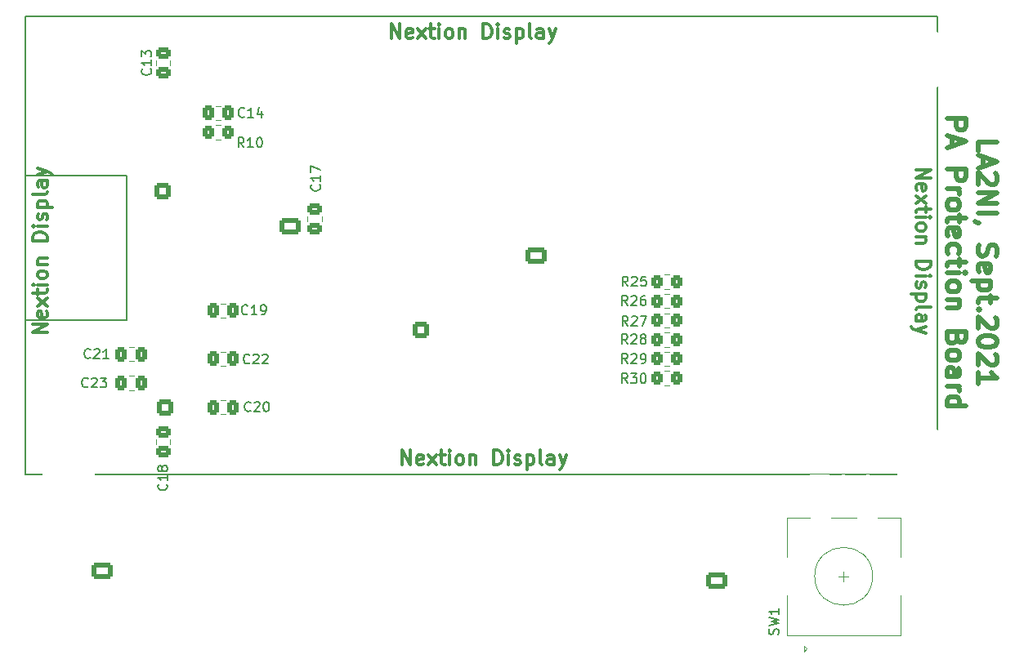
<source format=gto>
G04 #@! TF.GenerationSoftware,KiCad,Pcbnew,8.0.4*
G04 #@! TF.CreationDate,2024-11-03T11:21:10+01:00*
G04 #@! TF.ProjectId,K_PA_Protec,4b5f5041-5f50-4726-9f74-65632e6b6963,rev?*
G04 #@! TF.SameCoordinates,Original*
G04 #@! TF.FileFunction,Legend,Top*
G04 #@! TF.FilePolarity,Positive*
%FSLAX46Y46*%
G04 Gerber Fmt 4.6, Leading zero omitted, Abs format (unit mm)*
G04 Created by KiCad (PCBNEW 8.0.4) date 2024-11-03 11:21:10*
%MOMM*%
%LPD*%
G01*
G04 APERTURE LIST*
G04 Aperture macros list*
%AMRoundRect*
0 Rectangle with rounded corners*
0 $1 Rounding radius*
0 $2 $3 $4 $5 $6 $7 $8 $9 X,Y pos of 4 corners*
0 Add a 4 corners polygon primitive as box body*
4,1,4,$2,$3,$4,$5,$6,$7,$8,$9,$2,$3,0*
0 Add four circle primitives for the rounded corners*
1,1,$1+$1,$2,$3*
1,1,$1+$1,$4,$5*
1,1,$1+$1,$6,$7*
1,1,$1+$1,$8,$9*
0 Add four rect primitives between the rounded corners*
20,1,$1+$1,$2,$3,$4,$5,0*
20,1,$1+$1,$4,$5,$6,$7,0*
20,1,$1+$1,$6,$7,$8,$9,0*
20,1,$1+$1,$8,$9,$2,$3,0*%
G04 Aperture macros list end*
%ADD10C,0.150000*%
%ADD11C,0.500000*%
%ADD12C,0.300000*%
%ADD13C,0.120000*%
%ADD14RoundRect,0.250000X-0.350000X-0.450000X0.350000X-0.450000X0.350000X0.450000X-0.350000X0.450000X0*%
%ADD15RoundRect,0.250000X0.337500X0.475000X-0.337500X0.475000X-0.337500X-0.475000X0.337500X-0.475000X0*%
%ADD16C,0.800000*%
%ADD17C,6.400000*%
%ADD18RoundRect,0.250000X-0.337500X-0.475000X0.337500X-0.475000X0.337500X0.475000X-0.337500X0.475000X0*%
%ADD19RoundRect,0.250000X0.475000X-0.337500X0.475000X0.337500X-0.475000X0.337500X-0.475000X-0.337500X0*%
%ADD20R,2.000000X2.000000*%
%ADD21C,2.000000*%
%ADD22R,2.000000X3.200000*%
%ADD23RoundRect,0.250000X0.845000X-0.620000X0.845000X0.620000X-0.845000X0.620000X-0.845000X-0.620000X0*%
%ADD24O,2.190000X1.740000*%
%ADD25RoundRect,0.250000X0.600000X0.600000X-0.600000X0.600000X-0.600000X-0.600000X0.600000X-0.600000X0*%
%ADD26C,1.700000*%
%ADD27RoundRect,0.250000X-0.620000X-0.845000X0.620000X-0.845000X0.620000X0.845000X-0.620000X0.845000X0*%
%ADD28O,1.740000X2.190000*%
%ADD29RoundRect,0.250000X-0.845000X0.620000X-0.845000X-0.620000X0.845000X-0.620000X0.845000X0.620000X0*%
%ADD30R,2.540000X2.540000*%
%ADD31C,2.540000*%
%ADD32RoundRect,0.250000X-0.600000X-0.600000X0.600000X-0.600000X0.600000X0.600000X-0.600000X0.600000X0*%
G04 APERTURE END LIST*
D10*
X66000000Y-98000000D02*
X65500000Y-98000000D01*
X65500000Y-98000000D02*
X65500000Y-50500000D01*
X160000000Y-50500000D02*
X160000000Y-98000000D01*
X65500000Y-50500000D02*
X160000000Y-50500000D01*
X160000000Y-98000000D02*
X66000000Y-98000000D01*
X65500000Y-67000000D02*
X76000000Y-67000000D01*
X76000000Y-82000000D02*
X65500000Y-82000000D01*
X76000000Y-67000000D02*
X76000000Y-82000000D01*
D11*
X164210705Y-64476189D02*
X164210705Y-63523808D01*
X164210705Y-63523808D02*
X166210705Y-63523808D01*
X164782134Y-65047618D02*
X164782134Y-65999999D01*
X164210705Y-64857142D02*
X166210705Y-65523808D01*
X166210705Y-65523808D02*
X164210705Y-66190475D01*
X166020229Y-66761904D02*
X166115467Y-66857142D01*
X166115467Y-66857142D02*
X166210705Y-67047618D01*
X166210705Y-67047618D02*
X166210705Y-67523809D01*
X166210705Y-67523809D02*
X166115467Y-67714285D01*
X166115467Y-67714285D02*
X166020229Y-67809523D01*
X166020229Y-67809523D02*
X165829753Y-67904761D01*
X165829753Y-67904761D02*
X165639277Y-67904761D01*
X165639277Y-67904761D02*
X165353563Y-67809523D01*
X165353563Y-67809523D02*
X164210705Y-66666666D01*
X164210705Y-66666666D02*
X164210705Y-67904761D01*
X164210705Y-68761904D02*
X166210705Y-68761904D01*
X166210705Y-68761904D02*
X164210705Y-69904761D01*
X164210705Y-69904761D02*
X166210705Y-69904761D01*
X164210705Y-70857142D02*
X166210705Y-70857142D01*
X164305944Y-71904761D02*
X164210705Y-71904761D01*
X164210705Y-71904761D02*
X164020229Y-71809523D01*
X164020229Y-71809523D02*
X163924991Y-71714285D01*
X164305944Y-74190476D02*
X164210705Y-74476190D01*
X164210705Y-74476190D02*
X164210705Y-74952381D01*
X164210705Y-74952381D02*
X164305944Y-75142857D01*
X164305944Y-75142857D02*
X164401182Y-75238095D01*
X164401182Y-75238095D02*
X164591658Y-75333333D01*
X164591658Y-75333333D02*
X164782134Y-75333333D01*
X164782134Y-75333333D02*
X164972610Y-75238095D01*
X164972610Y-75238095D02*
X165067848Y-75142857D01*
X165067848Y-75142857D02*
X165163086Y-74952381D01*
X165163086Y-74952381D02*
X165258324Y-74571428D01*
X165258324Y-74571428D02*
X165353563Y-74380952D01*
X165353563Y-74380952D02*
X165448801Y-74285714D01*
X165448801Y-74285714D02*
X165639277Y-74190476D01*
X165639277Y-74190476D02*
X165829753Y-74190476D01*
X165829753Y-74190476D02*
X166020229Y-74285714D01*
X166020229Y-74285714D02*
X166115467Y-74380952D01*
X166115467Y-74380952D02*
X166210705Y-74571428D01*
X166210705Y-74571428D02*
X166210705Y-75047619D01*
X166210705Y-75047619D02*
X166115467Y-75333333D01*
X164305944Y-76952381D02*
X164210705Y-76761905D01*
X164210705Y-76761905D02*
X164210705Y-76380952D01*
X164210705Y-76380952D02*
X164305944Y-76190476D01*
X164305944Y-76190476D02*
X164496420Y-76095238D01*
X164496420Y-76095238D02*
X165258324Y-76095238D01*
X165258324Y-76095238D02*
X165448801Y-76190476D01*
X165448801Y-76190476D02*
X165544039Y-76380952D01*
X165544039Y-76380952D02*
X165544039Y-76761905D01*
X165544039Y-76761905D02*
X165448801Y-76952381D01*
X165448801Y-76952381D02*
X165258324Y-77047619D01*
X165258324Y-77047619D02*
X165067848Y-77047619D01*
X165067848Y-77047619D02*
X164877372Y-76095238D01*
X165544039Y-77904762D02*
X163544039Y-77904762D01*
X165448801Y-77904762D02*
X165544039Y-78095238D01*
X165544039Y-78095238D02*
X165544039Y-78476191D01*
X165544039Y-78476191D02*
X165448801Y-78666667D01*
X165448801Y-78666667D02*
X165353563Y-78761905D01*
X165353563Y-78761905D02*
X165163086Y-78857143D01*
X165163086Y-78857143D02*
X164591658Y-78857143D01*
X164591658Y-78857143D02*
X164401182Y-78761905D01*
X164401182Y-78761905D02*
X164305944Y-78666667D01*
X164305944Y-78666667D02*
X164210705Y-78476191D01*
X164210705Y-78476191D02*
X164210705Y-78095238D01*
X164210705Y-78095238D02*
X164305944Y-77904762D01*
X165544039Y-79428572D02*
X165544039Y-80190476D01*
X166210705Y-79714286D02*
X164496420Y-79714286D01*
X164496420Y-79714286D02*
X164305944Y-79809524D01*
X164305944Y-79809524D02*
X164210705Y-80000000D01*
X164210705Y-80000000D02*
X164210705Y-80190476D01*
X164401182Y-80857143D02*
X164305944Y-80952381D01*
X164305944Y-80952381D02*
X164210705Y-80857143D01*
X164210705Y-80857143D02*
X164305944Y-80761905D01*
X164305944Y-80761905D02*
X164401182Y-80857143D01*
X164401182Y-80857143D02*
X164210705Y-80857143D01*
X166020229Y-81714286D02*
X166115467Y-81809524D01*
X166115467Y-81809524D02*
X166210705Y-82000000D01*
X166210705Y-82000000D02*
X166210705Y-82476191D01*
X166210705Y-82476191D02*
X166115467Y-82666667D01*
X166115467Y-82666667D02*
X166020229Y-82761905D01*
X166020229Y-82761905D02*
X165829753Y-82857143D01*
X165829753Y-82857143D02*
X165639277Y-82857143D01*
X165639277Y-82857143D02*
X165353563Y-82761905D01*
X165353563Y-82761905D02*
X164210705Y-81619048D01*
X164210705Y-81619048D02*
X164210705Y-82857143D01*
X166210705Y-84095238D02*
X166210705Y-84285715D01*
X166210705Y-84285715D02*
X166115467Y-84476191D01*
X166115467Y-84476191D02*
X166020229Y-84571429D01*
X166020229Y-84571429D02*
X165829753Y-84666667D01*
X165829753Y-84666667D02*
X165448801Y-84761905D01*
X165448801Y-84761905D02*
X164972610Y-84761905D01*
X164972610Y-84761905D02*
X164591658Y-84666667D01*
X164591658Y-84666667D02*
X164401182Y-84571429D01*
X164401182Y-84571429D02*
X164305944Y-84476191D01*
X164305944Y-84476191D02*
X164210705Y-84285715D01*
X164210705Y-84285715D02*
X164210705Y-84095238D01*
X164210705Y-84095238D02*
X164305944Y-83904762D01*
X164305944Y-83904762D02*
X164401182Y-83809524D01*
X164401182Y-83809524D02*
X164591658Y-83714286D01*
X164591658Y-83714286D02*
X164972610Y-83619048D01*
X164972610Y-83619048D02*
X165448801Y-83619048D01*
X165448801Y-83619048D02*
X165829753Y-83714286D01*
X165829753Y-83714286D02*
X166020229Y-83809524D01*
X166020229Y-83809524D02*
X166115467Y-83904762D01*
X166115467Y-83904762D02*
X166210705Y-84095238D01*
X166020229Y-85523810D02*
X166115467Y-85619048D01*
X166115467Y-85619048D02*
X166210705Y-85809524D01*
X166210705Y-85809524D02*
X166210705Y-86285715D01*
X166210705Y-86285715D02*
X166115467Y-86476191D01*
X166115467Y-86476191D02*
X166020229Y-86571429D01*
X166020229Y-86571429D02*
X165829753Y-86666667D01*
X165829753Y-86666667D02*
X165639277Y-86666667D01*
X165639277Y-86666667D02*
X165353563Y-86571429D01*
X165353563Y-86571429D02*
X164210705Y-85428572D01*
X164210705Y-85428572D02*
X164210705Y-86666667D01*
X164210705Y-88571429D02*
X164210705Y-87428572D01*
X164210705Y-88000000D02*
X166210705Y-88000000D01*
X166210705Y-88000000D02*
X165924991Y-87809524D01*
X165924991Y-87809524D02*
X165734515Y-87619048D01*
X165734515Y-87619048D02*
X165639277Y-87428572D01*
X160990817Y-61095237D02*
X162990817Y-61095237D01*
X162990817Y-61095237D02*
X162990817Y-61857142D01*
X162990817Y-61857142D02*
X162895579Y-62047618D01*
X162895579Y-62047618D02*
X162800341Y-62142856D01*
X162800341Y-62142856D02*
X162609865Y-62238094D01*
X162609865Y-62238094D02*
X162324151Y-62238094D01*
X162324151Y-62238094D02*
X162133675Y-62142856D01*
X162133675Y-62142856D02*
X162038436Y-62047618D01*
X162038436Y-62047618D02*
X161943198Y-61857142D01*
X161943198Y-61857142D02*
X161943198Y-61095237D01*
X161562246Y-62999999D02*
X161562246Y-63952380D01*
X160990817Y-62809523D02*
X162990817Y-63476189D01*
X162990817Y-63476189D02*
X160990817Y-64142856D01*
X160990817Y-66333333D02*
X162990817Y-66333333D01*
X162990817Y-66333333D02*
X162990817Y-67095238D01*
X162990817Y-67095238D02*
X162895579Y-67285714D01*
X162895579Y-67285714D02*
X162800341Y-67380952D01*
X162800341Y-67380952D02*
X162609865Y-67476190D01*
X162609865Y-67476190D02*
X162324151Y-67476190D01*
X162324151Y-67476190D02*
X162133675Y-67380952D01*
X162133675Y-67380952D02*
X162038436Y-67285714D01*
X162038436Y-67285714D02*
X161943198Y-67095238D01*
X161943198Y-67095238D02*
X161943198Y-66333333D01*
X160990817Y-68333333D02*
X162324151Y-68333333D01*
X161943198Y-68333333D02*
X162133675Y-68428571D01*
X162133675Y-68428571D02*
X162228913Y-68523809D01*
X162228913Y-68523809D02*
X162324151Y-68714285D01*
X162324151Y-68714285D02*
X162324151Y-68904762D01*
X160990817Y-69857142D02*
X161086056Y-69666666D01*
X161086056Y-69666666D02*
X161181294Y-69571428D01*
X161181294Y-69571428D02*
X161371770Y-69476190D01*
X161371770Y-69476190D02*
X161943198Y-69476190D01*
X161943198Y-69476190D02*
X162133675Y-69571428D01*
X162133675Y-69571428D02*
X162228913Y-69666666D01*
X162228913Y-69666666D02*
X162324151Y-69857142D01*
X162324151Y-69857142D02*
X162324151Y-70142857D01*
X162324151Y-70142857D02*
X162228913Y-70333333D01*
X162228913Y-70333333D02*
X162133675Y-70428571D01*
X162133675Y-70428571D02*
X161943198Y-70523809D01*
X161943198Y-70523809D02*
X161371770Y-70523809D01*
X161371770Y-70523809D02*
X161181294Y-70428571D01*
X161181294Y-70428571D02*
X161086056Y-70333333D01*
X161086056Y-70333333D02*
X160990817Y-70142857D01*
X160990817Y-70142857D02*
X160990817Y-69857142D01*
X162324151Y-71095238D02*
X162324151Y-71857142D01*
X162990817Y-71380952D02*
X161276532Y-71380952D01*
X161276532Y-71380952D02*
X161086056Y-71476190D01*
X161086056Y-71476190D02*
X160990817Y-71666666D01*
X160990817Y-71666666D02*
X160990817Y-71857142D01*
X161086056Y-73285714D02*
X160990817Y-73095238D01*
X160990817Y-73095238D02*
X160990817Y-72714285D01*
X160990817Y-72714285D02*
X161086056Y-72523809D01*
X161086056Y-72523809D02*
X161276532Y-72428571D01*
X161276532Y-72428571D02*
X162038436Y-72428571D01*
X162038436Y-72428571D02*
X162228913Y-72523809D01*
X162228913Y-72523809D02*
X162324151Y-72714285D01*
X162324151Y-72714285D02*
X162324151Y-73095238D01*
X162324151Y-73095238D02*
X162228913Y-73285714D01*
X162228913Y-73285714D02*
X162038436Y-73380952D01*
X162038436Y-73380952D02*
X161847960Y-73380952D01*
X161847960Y-73380952D02*
X161657484Y-72428571D01*
X161086056Y-75095238D02*
X160990817Y-74904762D01*
X160990817Y-74904762D02*
X160990817Y-74523809D01*
X160990817Y-74523809D02*
X161086056Y-74333333D01*
X161086056Y-74333333D02*
X161181294Y-74238095D01*
X161181294Y-74238095D02*
X161371770Y-74142857D01*
X161371770Y-74142857D02*
X161943198Y-74142857D01*
X161943198Y-74142857D02*
X162133675Y-74238095D01*
X162133675Y-74238095D02*
X162228913Y-74333333D01*
X162228913Y-74333333D02*
X162324151Y-74523809D01*
X162324151Y-74523809D02*
X162324151Y-74904762D01*
X162324151Y-74904762D02*
X162228913Y-75095238D01*
X162324151Y-75666667D02*
X162324151Y-76428571D01*
X162990817Y-75952381D02*
X161276532Y-75952381D01*
X161276532Y-75952381D02*
X161086056Y-76047619D01*
X161086056Y-76047619D02*
X160990817Y-76238095D01*
X160990817Y-76238095D02*
X160990817Y-76428571D01*
X160990817Y-77095238D02*
X162324151Y-77095238D01*
X162990817Y-77095238D02*
X162895579Y-77000000D01*
X162895579Y-77000000D02*
X162800341Y-77095238D01*
X162800341Y-77095238D02*
X162895579Y-77190476D01*
X162895579Y-77190476D02*
X162990817Y-77095238D01*
X162990817Y-77095238D02*
X162800341Y-77095238D01*
X160990817Y-78333333D02*
X161086056Y-78142857D01*
X161086056Y-78142857D02*
X161181294Y-78047619D01*
X161181294Y-78047619D02*
X161371770Y-77952381D01*
X161371770Y-77952381D02*
X161943198Y-77952381D01*
X161943198Y-77952381D02*
X162133675Y-78047619D01*
X162133675Y-78047619D02*
X162228913Y-78142857D01*
X162228913Y-78142857D02*
X162324151Y-78333333D01*
X162324151Y-78333333D02*
X162324151Y-78619048D01*
X162324151Y-78619048D02*
X162228913Y-78809524D01*
X162228913Y-78809524D02*
X162133675Y-78904762D01*
X162133675Y-78904762D02*
X161943198Y-79000000D01*
X161943198Y-79000000D02*
X161371770Y-79000000D01*
X161371770Y-79000000D02*
X161181294Y-78904762D01*
X161181294Y-78904762D02*
X161086056Y-78809524D01*
X161086056Y-78809524D02*
X160990817Y-78619048D01*
X160990817Y-78619048D02*
X160990817Y-78333333D01*
X162324151Y-79857143D02*
X160990817Y-79857143D01*
X162133675Y-79857143D02*
X162228913Y-79952381D01*
X162228913Y-79952381D02*
X162324151Y-80142857D01*
X162324151Y-80142857D02*
X162324151Y-80428572D01*
X162324151Y-80428572D02*
X162228913Y-80619048D01*
X162228913Y-80619048D02*
X162038436Y-80714286D01*
X162038436Y-80714286D02*
X160990817Y-80714286D01*
X162038436Y-83857144D02*
X161943198Y-84142858D01*
X161943198Y-84142858D02*
X161847960Y-84238096D01*
X161847960Y-84238096D02*
X161657484Y-84333334D01*
X161657484Y-84333334D02*
X161371770Y-84333334D01*
X161371770Y-84333334D02*
X161181294Y-84238096D01*
X161181294Y-84238096D02*
X161086056Y-84142858D01*
X161086056Y-84142858D02*
X160990817Y-83952382D01*
X160990817Y-83952382D02*
X160990817Y-83190477D01*
X160990817Y-83190477D02*
X162990817Y-83190477D01*
X162990817Y-83190477D02*
X162990817Y-83857144D01*
X162990817Y-83857144D02*
X162895579Y-84047620D01*
X162895579Y-84047620D02*
X162800341Y-84142858D01*
X162800341Y-84142858D02*
X162609865Y-84238096D01*
X162609865Y-84238096D02*
X162419389Y-84238096D01*
X162419389Y-84238096D02*
X162228913Y-84142858D01*
X162228913Y-84142858D02*
X162133675Y-84047620D01*
X162133675Y-84047620D02*
X162038436Y-83857144D01*
X162038436Y-83857144D02*
X162038436Y-83190477D01*
X160990817Y-85476191D02*
X161086056Y-85285715D01*
X161086056Y-85285715D02*
X161181294Y-85190477D01*
X161181294Y-85190477D02*
X161371770Y-85095239D01*
X161371770Y-85095239D02*
X161943198Y-85095239D01*
X161943198Y-85095239D02*
X162133675Y-85190477D01*
X162133675Y-85190477D02*
X162228913Y-85285715D01*
X162228913Y-85285715D02*
X162324151Y-85476191D01*
X162324151Y-85476191D02*
X162324151Y-85761906D01*
X162324151Y-85761906D02*
X162228913Y-85952382D01*
X162228913Y-85952382D02*
X162133675Y-86047620D01*
X162133675Y-86047620D02*
X161943198Y-86142858D01*
X161943198Y-86142858D02*
X161371770Y-86142858D01*
X161371770Y-86142858D02*
X161181294Y-86047620D01*
X161181294Y-86047620D02*
X161086056Y-85952382D01*
X161086056Y-85952382D02*
X160990817Y-85761906D01*
X160990817Y-85761906D02*
X160990817Y-85476191D01*
X160990817Y-87857144D02*
X162038436Y-87857144D01*
X162038436Y-87857144D02*
X162228913Y-87761906D01*
X162228913Y-87761906D02*
X162324151Y-87571430D01*
X162324151Y-87571430D02*
X162324151Y-87190477D01*
X162324151Y-87190477D02*
X162228913Y-87000001D01*
X161086056Y-87857144D02*
X160990817Y-87666668D01*
X160990817Y-87666668D02*
X160990817Y-87190477D01*
X160990817Y-87190477D02*
X161086056Y-87000001D01*
X161086056Y-87000001D02*
X161276532Y-86904763D01*
X161276532Y-86904763D02*
X161467008Y-86904763D01*
X161467008Y-86904763D02*
X161657484Y-87000001D01*
X161657484Y-87000001D02*
X161752722Y-87190477D01*
X161752722Y-87190477D02*
X161752722Y-87666668D01*
X161752722Y-87666668D02*
X161847960Y-87857144D01*
X160990817Y-88809525D02*
X162324151Y-88809525D01*
X161943198Y-88809525D02*
X162133675Y-88904763D01*
X162133675Y-88904763D02*
X162228913Y-89000001D01*
X162228913Y-89000001D02*
X162324151Y-89190477D01*
X162324151Y-89190477D02*
X162324151Y-89380954D01*
X160990817Y-90904763D02*
X162990817Y-90904763D01*
X161086056Y-90904763D02*
X160990817Y-90714287D01*
X160990817Y-90714287D02*
X160990817Y-90333334D01*
X160990817Y-90333334D02*
X161086056Y-90142858D01*
X161086056Y-90142858D02*
X161181294Y-90047620D01*
X161181294Y-90047620D02*
X161371770Y-89952382D01*
X161371770Y-89952382D02*
X161943198Y-89952382D01*
X161943198Y-89952382D02*
X162133675Y-90047620D01*
X162133675Y-90047620D02*
X162228913Y-90142858D01*
X162228913Y-90142858D02*
X162324151Y-90333334D01*
X162324151Y-90333334D02*
X162324151Y-90714287D01*
X162324151Y-90714287D02*
X162228913Y-90904763D01*
D12*
X103471427Y-52778328D02*
X103471427Y-51278328D01*
X103471427Y-51278328D02*
X104328570Y-52778328D01*
X104328570Y-52778328D02*
X104328570Y-51278328D01*
X105614285Y-52706900D02*
X105471428Y-52778328D01*
X105471428Y-52778328D02*
X105185714Y-52778328D01*
X105185714Y-52778328D02*
X105042856Y-52706900D01*
X105042856Y-52706900D02*
X104971428Y-52564042D01*
X104971428Y-52564042D02*
X104971428Y-51992614D01*
X104971428Y-51992614D02*
X105042856Y-51849757D01*
X105042856Y-51849757D02*
X105185714Y-51778328D01*
X105185714Y-51778328D02*
X105471428Y-51778328D01*
X105471428Y-51778328D02*
X105614285Y-51849757D01*
X105614285Y-51849757D02*
X105685714Y-51992614D01*
X105685714Y-51992614D02*
X105685714Y-52135471D01*
X105685714Y-52135471D02*
X104971428Y-52278328D01*
X106185713Y-52778328D02*
X106971428Y-51778328D01*
X106185713Y-51778328D02*
X106971428Y-52778328D01*
X107328571Y-51778328D02*
X107899999Y-51778328D01*
X107542856Y-51278328D02*
X107542856Y-52564042D01*
X107542856Y-52564042D02*
X107614285Y-52706900D01*
X107614285Y-52706900D02*
X107757142Y-52778328D01*
X107757142Y-52778328D02*
X107899999Y-52778328D01*
X108399999Y-52778328D02*
X108399999Y-51778328D01*
X108399999Y-51278328D02*
X108328571Y-51349757D01*
X108328571Y-51349757D02*
X108399999Y-51421185D01*
X108399999Y-51421185D02*
X108471428Y-51349757D01*
X108471428Y-51349757D02*
X108399999Y-51278328D01*
X108399999Y-51278328D02*
X108399999Y-51421185D01*
X109328571Y-52778328D02*
X109185714Y-52706900D01*
X109185714Y-52706900D02*
X109114285Y-52635471D01*
X109114285Y-52635471D02*
X109042857Y-52492614D01*
X109042857Y-52492614D02*
X109042857Y-52064042D01*
X109042857Y-52064042D02*
X109114285Y-51921185D01*
X109114285Y-51921185D02*
X109185714Y-51849757D01*
X109185714Y-51849757D02*
X109328571Y-51778328D01*
X109328571Y-51778328D02*
X109542857Y-51778328D01*
X109542857Y-51778328D02*
X109685714Y-51849757D01*
X109685714Y-51849757D02*
X109757143Y-51921185D01*
X109757143Y-51921185D02*
X109828571Y-52064042D01*
X109828571Y-52064042D02*
X109828571Y-52492614D01*
X109828571Y-52492614D02*
X109757143Y-52635471D01*
X109757143Y-52635471D02*
X109685714Y-52706900D01*
X109685714Y-52706900D02*
X109542857Y-52778328D01*
X109542857Y-52778328D02*
X109328571Y-52778328D01*
X110471428Y-51778328D02*
X110471428Y-52778328D01*
X110471428Y-51921185D02*
X110542857Y-51849757D01*
X110542857Y-51849757D02*
X110685714Y-51778328D01*
X110685714Y-51778328D02*
X110900000Y-51778328D01*
X110900000Y-51778328D02*
X111042857Y-51849757D01*
X111042857Y-51849757D02*
X111114286Y-51992614D01*
X111114286Y-51992614D02*
X111114286Y-52778328D01*
X112971428Y-52778328D02*
X112971428Y-51278328D01*
X112971428Y-51278328D02*
X113328571Y-51278328D01*
X113328571Y-51278328D02*
X113542857Y-51349757D01*
X113542857Y-51349757D02*
X113685714Y-51492614D01*
X113685714Y-51492614D02*
X113757143Y-51635471D01*
X113757143Y-51635471D02*
X113828571Y-51921185D01*
X113828571Y-51921185D02*
X113828571Y-52135471D01*
X113828571Y-52135471D02*
X113757143Y-52421185D01*
X113757143Y-52421185D02*
X113685714Y-52564042D01*
X113685714Y-52564042D02*
X113542857Y-52706900D01*
X113542857Y-52706900D02*
X113328571Y-52778328D01*
X113328571Y-52778328D02*
X112971428Y-52778328D01*
X114471428Y-52778328D02*
X114471428Y-51778328D01*
X114471428Y-51278328D02*
X114400000Y-51349757D01*
X114400000Y-51349757D02*
X114471428Y-51421185D01*
X114471428Y-51421185D02*
X114542857Y-51349757D01*
X114542857Y-51349757D02*
X114471428Y-51278328D01*
X114471428Y-51278328D02*
X114471428Y-51421185D01*
X115114286Y-52706900D02*
X115257143Y-52778328D01*
X115257143Y-52778328D02*
X115542857Y-52778328D01*
X115542857Y-52778328D02*
X115685714Y-52706900D01*
X115685714Y-52706900D02*
X115757143Y-52564042D01*
X115757143Y-52564042D02*
X115757143Y-52492614D01*
X115757143Y-52492614D02*
X115685714Y-52349757D01*
X115685714Y-52349757D02*
X115542857Y-52278328D01*
X115542857Y-52278328D02*
X115328572Y-52278328D01*
X115328572Y-52278328D02*
X115185714Y-52206900D01*
X115185714Y-52206900D02*
X115114286Y-52064042D01*
X115114286Y-52064042D02*
X115114286Y-51992614D01*
X115114286Y-51992614D02*
X115185714Y-51849757D01*
X115185714Y-51849757D02*
X115328572Y-51778328D01*
X115328572Y-51778328D02*
X115542857Y-51778328D01*
X115542857Y-51778328D02*
X115685714Y-51849757D01*
X116400000Y-51778328D02*
X116400000Y-53278328D01*
X116400000Y-51849757D02*
X116542858Y-51778328D01*
X116542858Y-51778328D02*
X116828572Y-51778328D01*
X116828572Y-51778328D02*
X116971429Y-51849757D01*
X116971429Y-51849757D02*
X117042858Y-51921185D01*
X117042858Y-51921185D02*
X117114286Y-52064042D01*
X117114286Y-52064042D02*
X117114286Y-52492614D01*
X117114286Y-52492614D02*
X117042858Y-52635471D01*
X117042858Y-52635471D02*
X116971429Y-52706900D01*
X116971429Y-52706900D02*
X116828572Y-52778328D01*
X116828572Y-52778328D02*
X116542858Y-52778328D01*
X116542858Y-52778328D02*
X116400000Y-52706900D01*
X117971429Y-52778328D02*
X117828572Y-52706900D01*
X117828572Y-52706900D02*
X117757143Y-52564042D01*
X117757143Y-52564042D02*
X117757143Y-51278328D01*
X119185715Y-52778328D02*
X119185715Y-51992614D01*
X119185715Y-51992614D02*
X119114286Y-51849757D01*
X119114286Y-51849757D02*
X118971429Y-51778328D01*
X118971429Y-51778328D02*
X118685715Y-51778328D01*
X118685715Y-51778328D02*
X118542857Y-51849757D01*
X119185715Y-52706900D02*
X119042857Y-52778328D01*
X119042857Y-52778328D02*
X118685715Y-52778328D01*
X118685715Y-52778328D02*
X118542857Y-52706900D01*
X118542857Y-52706900D02*
X118471429Y-52564042D01*
X118471429Y-52564042D02*
X118471429Y-52421185D01*
X118471429Y-52421185D02*
X118542857Y-52278328D01*
X118542857Y-52278328D02*
X118685715Y-52206900D01*
X118685715Y-52206900D02*
X119042857Y-52206900D01*
X119042857Y-52206900D02*
X119185715Y-52135471D01*
X119757143Y-51778328D02*
X120114286Y-52778328D01*
X120471429Y-51778328D02*
X120114286Y-52778328D01*
X120114286Y-52778328D02*
X119971429Y-53135471D01*
X119971429Y-53135471D02*
X119900000Y-53206900D01*
X119900000Y-53206900D02*
X119757143Y-53278328D01*
X67778328Y-83228572D02*
X66278328Y-83228572D01*
X66278328Y-83228572D02*
X67778328Y-82371429D01*
X67778328Y-82371429D02*
X66278328Y-82371429D01*
X67706900Y-81085714D02*
X67778328Y-81228571D01*
X67778328Y-81228571D02*
X67778328Y-81514286D01*
X67778328Y-81514286D02*
X67706900Y-81657143D01*
X67706900Y-81657143D02*
X67564042Y-81728571D01*
X67564042Y-81728571D02*
X66992614Y-81728571D01*
X66992614Y-81728571D02*
X66849757Y-81657143D01*
X66849757Y-81657143D02*
X66778328Y-81514286D01*
X66778328Y-81514286D02*
X66778328Y-81228571D01*
X66778328Y-81228571D02*
X66849757Y-81085714D01*
X66849757Y-81085714D02*
X66992614Y-81014286D01*
X66992614Y-81014286D02*
X67135471Y-81014286D01*
X67135471Y-81014286D02*
X67278328Y-81728571D01*
X67778328Y-80514286D02*
X66778328Y-79728572D01*
X66778328Y-80514286D02*
X67778328Y-79728572D01*
X66778328Y-79371428D02*
X66778328Y-78800000D01*
X66278328Y-79157143D02*
X67564042Y-79157143D01*
X67564042Y-79157143D02*
X67706900Y-79085714D01*
X67706900Y-79085714D02*
X67778328Y-78942857D01*
X67778328Y-78942857D02*
X67778328Y-78800000D01*
X67778328Y-78300000D02*
X66778328Y-78300000D01*
X66278328Y-78300000D02*
X66349757Y-78371428D01*
X66349757Y-78371428D02*
X66421185Y-78300000D01*
X66421185Y-78300000D02*
X66349757Y-78228571D01*
X66349757Y-78228571D02*
X66278328Y-78300000D01*
X66278328Y-78300000D02*
X66421185Y-78300000D01*
X67778328Y-77371428D02*
X67706900Y-77514285D01*
X67706900Y-77514285D02*
X67635471Y-77585714D01*
X67635471Y-77585714D02*
X67492614Y-77657142D01*
X67492614Y-77657142D02*
X67064042Y-77657142D01*
X67064042Y-77657142D02*
X66921185Y-77585714D01*
X66921185Y-77585714D02*
X66849757Y-77514285D01*
X66849757Y-77514285D02*
X66778328Y-77371428D01*
X66778328Y-77371428D02*
X66778328Y-77157142D01*
X66778328Y-77157142D02*
X66849757Y-77014285D01*
X66849757Y-77014285D02*
X66921185Y-76942857D01*
X66921185Y-76942857D02*
X67064042Y-76871428D01*
X67064042Y-76871428D02*
X67492614Y-76871428D01*
X67492614Y-76871428D02*
X67635471Y-76942857D01*
X67635471Y-76942857D02*
X67706900Y-77014285D01*
X67706900Y-77014285D02*
X67778328Y-77157142D01*
X67778328Y-77157142D02*
X67778328Y-77371428D01*
X66778328Y-76228571D02*
X67778328Y-76228571D01*
X66921185Y-76228571D02*
X66849757Y-76157142D01*
X66849757Y-76157142D02*
X66778328Y-76014285D01*
X66778328Y-76014285D02*
X66778328Y-75799999D01*
X66778328Y-75799999D02*
X66849757Y-75657142D01*
X66849757Y-75657142D02*
X66992614Y-75585714D01*
X66992614Y-75585714D02*
X67778328Y-75585714D01*
X67778328Y-73728571D02*
X66278328Y-73728571D01*
X66278328Y-73728571D02*
X66278328Y-73371428D01*
X66278328Y-73371428D02*
X66349757Y-73157142D01*
X66349757Y-73157142D02*
X66492614Y-73014285D01*
X66492614Y-73014285D02*
X66635471Y-72942856D01*
X66635471Y-72942856D02*
X66921185Y-72871428D01*
X66921185Y-72871428D02*
X67135471Y-72871428D01*
X67135471Y-72871428D02*
X67421185Y-72942856D01*
X67421185Y-72942856D02*
X67564042Y-73014285D01*
X67564042Y-73014285D02*
X67706900Y-73157142D01*
X67706900Y-73157142D02*
X67778328Y-73371428D01*
X67778328Y-73371428D02*
X67778328Y-73728571D01*
X67778328Y-72228571D02*
X66778328Y-72228571D01*
X66278328Y-72228571D02*
X66349757Y-72299999D01*
X66349757Y-72299999D02*
X66421185Y-72228571D01*
X66421185Y-72228571D02*
X66349757Y-72157142D01*
X66349757Y-72157142D02*
X66278328Y-72228571D01*
X66278328Y-72228571D02*
X66421185Y-72228571D01*
X67706900Y-71585713D02*
X67778328Y-71442856D01*
X67778328Y-71442856D02*
X67778328Y-71157142D01*
X67778328Y-71157142D02*
X67706900Y-71014285D01*
X67706900Y-71014285D02*
X67564042Y-70942856D01*
X67564042Y-70942856D02*
X67492614Y-70942856D01*
X67492614Y-70942856D02*
X67349757Y-71014285D01*
X67349757Y-71014285D02*
X67278328Y-71157142D01*
X67278328Y-71157142D02*
X67278328Y-71371428D01*
X67278328Y-71371428D02*
X67206900Y-71514285D01*
X67206900Y-71514285D02*
X67064042Y-71585713D01*
X67064042Y-71585713D02*
X66992614Y-71585713D01*
X66992614Y-71585713D02*
X66849757Y-71514285D01*
X66849757Y-71514285D02*
X66778328Y-71371428D01*
X66778328Y-71371428D02*
X66778328Y-71157142D01*
X66778328Y-71157142D02*
X66849757Y-71014285D01*
X66778328Y-70299999D02*
X68278328Y-70299999D01*
X66849757Y-70299999D02*
X66778328Y-70157142D01*
X66778328Y-70157142D02*
X66778328Y-69871427D01*
X66778328Y-69871427D02*
X66849757Y-69728570D01*
X66849757Y-69728570D02*
X66921185Y-69657142D01*
X66921185Y-69657142D02*
X67064042Y-69585713D01*
X67064042Y-69585713D02*
X67492614Y-69585713D01*
X67492614Y-69585713D02*
X67635471Y-69657142D01*
X67635471Y-69657142D02*
X67706900Y-69728570D01*
X67706900Y-69728570D02*
X67778328Y-69871427D01*
X67778328Y-69871427D02*
X67778328Y-70157142D01*
X67778328Y-70157142D02*
X67706900Y-70299999D01*
X67778328Y-68728570D02*
X67706900Y-68871427D01*
X67706900Y-68871427D02*
X67564042Y-68942856D01*
X67564042Y-68942856D02*
X66278328Y-68942856D01*
X67778328Y-67514285D02*
X66992614Y-67514285D01*
X66992614Y-67514285D02*
X66849757Y-67585713D01*
X66849757Y-67585713D02*
X66778328Y-67728570D01*
X66778328Y-67728570D02*
X66778328Y-68014285D01*
X66778328Y-68014285D02*
X66849757Y-68157142D01*
X67706900Y-67514285D02*
X67778328Y-67657142D01*
X67778328Y-67657142D02*
X67778328Y-68014285D01*
X67778328Y-68014285D02*
X67706900Y-68157142D01*
X67706900Y-68157142D02*
X67564042Y-68228570D01*
X67564042Y-68228570D02*
X67421185Y-68228570D01*
X67421185Y-68228570D02*
X67278328Y-68157142D01*
X67278328Y-68157142D02*
X67206900Y-68014285D01*
X67206900Y-68014285D02*
X67206900Y-67657142D01*
X67206900Y-67657142D02*
X67135471Y-67514285D01*
X66778328Y-66942856D02*
X67778328Y-66585713D01*
X66778328Y-66228570D02*
X67778328Y-66585713D01*
X67778328Y-66585713D02*
X68135471Y-66728570D01*
X68135471Y-66728570D02*
X68206900Y-66799999D01*
X68206900Y-66799999D02*
X68278328Y-66942856D01*
X104571427Y-96978328D02*
X104571427Y-95478328D01*
X104571427Y-95478328D02*
X105428570Y-96978328D01*
X105428570Y-96978328D02*
X105428570Y-95478328D01*
X106714285Y-96906900D02*
X106571428Y-96978328D01*
X106571428Y-96978328D02*
X106285714Y-96978328D01*
X106285714Y-96978328D02*
X106142856Y-96906900D01*
X106142856Y-96906900D02*
X106071428Y-96764042D01*
X106071428Y-96764042D02*
X106071428Y-96192614D01*
X106071428Y-96192614D02*
X106142856Y-96049757D01*
X106142856Y-96049757D02*
X106285714Y-95978328D01*
X106285714Y-95978328D02*
X106571428Y-95978328D01*
X106571428Y-95978328D02*
X106714285Y-96049757D01*
X106714285Y-96049757D02*
X106785714Y-96192614D01*
X106785714Y-96192614D02*
X106785714Y-96335471D01*
X106785714Y-96335471D02*
X106071428Y-96478328D01*
X107285713Y-96978328D02*
X108071428Y-95978328D01*
X107285713Y-95978328D02*
X108071428Y-96978328D01*
X108428571Y-95978328D02*
X108999999Y-95978328D01*
X108642856Y-95478328D02*
X108642856Y-96764042D01*
X108642856Y-96764042D02*
X108714285Y-96906900D01*
X108714285Y-96906900D02*
X108857142Y-96978328D01*
X108857142Y-96978328D02*
X108999999Y-96978328D01*
X109499999Y-96978328D02*
X109499999Y-95978328D01*
X109499999Y-95478328D02*
X109428571Y-95549757D01*
X109428571Y-95549757D02*
X109499999Y-95621185D01*
X109499999Y-95621185D02*
X109571428Y-95549757D01*
X109571428Y-95549757D02*
X109499999Y-95478328D01*
X109499999Y-95478328D02*
X109499999Y-95621185D01*
X110428571Y-96978328D02*
X110285714Y-96906900D01*
X110285714Y-96906900D02*
X110214285Y-96835471D01*
X110214285Y-96835471D02*
X110142857Y-96692614D01*
X110142857Y-96692614D02*
X110142857Y-96264042D01*
X110142857Y-96264042D02*
X110214285Y-96121185D01*
X110214285Y-96121185D02*
X110285714Y-96049757D01*
X110285714Y-96049757D02*
X110428571Y-95978328D01*
X110428571Y-95978328D02*
X110642857Y-95978328D01*
X110642857Y-95978328D02*
X110785714Y-96049757D01*
X110785714Y-96049757D02*
X110857143Y-96121185D01*
X110857143Y-96121185D02*
X110928571Y-96264042D01*
X110928571Y-96264042D02*
X110928571Y-96692614D01*
X110928571Y-96692614D02*
X110857143Y-96835471D01*
X110857143Y-96835471D02*
X110785714Y-96906900D01*
X110785714Y-96906900D02*
X110642857Y-96978328D01*
X110642857Y-96978328D02*
X110428571Y-96978328D01*
X111571428Y-95978328D02*
X111571428Y-96978328D01*
X111571428Y-96121185D02*
X111642857Y-96049757D01*
X111642857Y-96049757D02*
X111785714Y-95978328D01*
X111785714Y-95978328D02*
X112000000Y-95978328D01*
X112000000Y-95978328D02*
X112142857Y-96049757D01*
X112142857Y-96049757D02*
X112214286Y-96192614D01*
X112214286Y-96192614D02*
X112214286Y-96978328D01*
X114071428Y-96978328D02*
X114071428Y-95478328D01*
X114071428Y-95478328D02*
X114428571Y-95478328D01*
X114428571Y-95478328D02*
X114642857Y-95549757D01*
X114642857Y-95549757D02*
X114785714Y-95692614D01*
X114785714Y-95692614D02*
X114857143Y-95835471D01*
X114857143Y-95835471D02*
X114928571Y-96121185D01*
X114928571Y-96121185D02*
X114928571Y-96335471D01*
X114928571Y-96335471D02*
X114857143Y-96621185D01*
X114857143Y-96621185D02*
X114785714Y-96764042D01*
X114785714Y-96764042D02*
X114642857Y-96906900D01*
X114642857Y-96906900D02*
X114428571Y-96978328D01*
X114428571Y-96978328D02*
X114071428Y-96978328D01*
X115571428Y-96978328D02*
X115571428Y-95978328D01*
X115571428Y-95478328D02*
X115500000Y-95549757D01*
X115500000Y-95549757D02*
X115571428Y-95621185D01*
X115571428Y-95621185D02*
X115642857Y-95549757D01*
X115642857Y-95549757D02*
X115571428Y-95478328D01*
X115571428Y-95478328D02*
X115571428Y-95621185D01*
X116214286Y-96906900D02*
X116357143Y-96978328D01*
X116357143Y-96978328D02*
X116642857Y-96978328D01*
X116642857Y-96978328D02*
X116785714Y-96906900D01*
X116785714Y-96906900D02*
X116857143Y-96764042D01*
X116857143Y-96764042D02*
X116857143Y-96692614D01*
X116857143Y-96692614D02*
X116785714Y-96549757D01*
X116785714Y-96549757D02*
X116642857Y-96478328D01*
X116642857Y-96478328D02*
X116428572Y-96478328D01*
X116428572Y-96478328D02*
X116285714Y-96406900D01*
X116285714Y-96406900D02*
X116214286Y-96264042D01*
X116214286Y-96264042D02*
X116214286Y-96192614D01*
X116214286Y-96192614D02*
X116285714Y-96049757D01*
X116285714Y-96049757D02*
X116428572Y-95978328D01*
X116428572Y-95978328D02*
X116642857Y-95978328D01*
X116642857Y-95978328D02*
X116785714Y-96049757D01*
X117500000Y-95978328D02*
X117500000Y-97478328D01*
X117500000Y-96049757D02*
X117642858Y-95978328D01*
X117642858Y-95978328D02*
X117928572Y-95978328D01*
X117928572Y-95978328D02*
X118071429Y-96049757D01*
X118071429Y-96049757D02*
X118142858Y-96121185D01*
X118142858Y-96121185D02*
X118214286Y-96264042D01*
X118214286Y-96264042D02*
X118214286Y-96692614D01*
X118214286Y-96692614D02*
X118142858Y-96835471D01*
X118142858Y-96835471D02*
X118071429Y-96906900D01*
X118071429Y-96906900D02*
X117928572Y-96978328D01*
X117928572Y-96978328D02*
X117642858Y-96978328D01*
X117642858Y-96978328D02*
X117500000Y-96906900D01*
X119071429Y-96978328D02*
X118928572Y-96906900D01*
X118928572Y-96906900D02*
X118857143Y-96764042D01*
X118857143Y-96764042D02*
X118857143Y-95478328D01*
X120285715Y-96978328D02*
X120285715Y-96192614D01*
X120285715Y-96192614D02*
X120214286Y-96049757D01*
X120214286Y-96049757D02*
X120071429Y-95978328D01*
X120071429Y-95978328D02*
X119785715Y-95978328D01*
X119785715Y-95978328D02*
X119642857Y-96049757D01*
X120285715Y-96906900D02*
X120142857Y-96978328D01*
X120142857Y-96978328D02*
X119785715Y-96978328D01*
X119785715Y-96978328D02*
X119642857Y-96906900D01*
X119642857Y-96906900D02*
X119571429Y-96764042D01*
X119571429Y-96764042D02*
X119571429Y-96621185D01*
X119571429Y-96621185D02*
X119642857Y-96478328D01*
X119642857Y-96478328D02*
X119785715Y-96406900D01*
X119785715Y-96406900D02*
X120142857Y-96406900D01*
X120142857Y-96406900D02*
X120285715Y-96335471D01*
X120857143Y-95978328D02*
X121214286Y-96978328D01*
X121571429Y-95978328D02*
X121214286Y-96978328D01*
X121214286Y-96978328D02*
X121071429Y-97335471D01*
X121071429Y-97335471D02*
X121000000Y-97406900D01*
X121000000Y-97406900D02*
X120857143Y-97478328D01*
X157821671Y-66371427D02*
X159321671Y-66371427D01*
X159321671Y-66371427D02*
X157821671Y-67228570D01*
X157821671Y-67228570D02*
X159321671Y-67228570D01*
X157893100Y-68514285D02*
X157821671Y-68371428D01*
X157821671Y-68371428D02*
X157821671Y-68085714D01*
X157821671Y-68085714D02*
X157893100Y-67942856D01*
X157893100Y-67942856D02*
X158035957Y-67871428D01*
X158035957Y-67871428D02*
X158607385Y-67871428D01*
X158607385Y-67871428D02*
X158750242Y-67942856D01*
X158750242Y-67942856D02*
X158821671Y-68085714D01*
X158821671Y-68085714D02*
X158821671Y-68371428D01*
X158821671Y-68371428D02*
X158750242Y-68514285D01*
X158750242Y-68514285D02*
X158607385Y-68585714D01*
X158607385Y-68585714D02*
X158464528Y-68585714D01*
X158464528Y-68585714D02*
X158321671Y-67871428D01*
X157821671Y-69085713D02*
X158821671Y-69871428D01*
X158821671Y-69085713D02*
X157821671Y-69871428D01*
X158821671Y-70228571D02*
X158821671Y-70799999D01*
X159321671Y-70442856D02*
X158035957Y-70442856D01*
X158035957Y-70442856D02*
X157893100Y-70514285D01*
X157893100Y-70514285D02*
X157821671Y-70657142D01*
X157821671Y-70657142D02*
X157821671Y-70799999D01*
X157821671Y-71299999D02*
X158821671Y-71299999D01*
X159321671Y-71299999D02*
X159250242Y-71228571D01*
X159250242Y-71228571D02*
X159178814Y-71299999D01*
X159178814Y-71299999D02*
X159250242Y-71371428D01*
X159250242Y-71371428D02*
X159321671Y-71299999D01*
X159321671Y-71299999D02*
X159178814Y-71299999D01*
X157821671Y-72228571D02*
X157893100Y-72085714D01*
X157893100Y-72085714D02*
X157964528Y-72014285D01*
X157964528Y-72014285D02*
X158107385Y-71942857D01*
X158107385Y-71942857D02*
X158535957Y-71942857D01*
X158535957Y-71942857D02*
X158678814Y-72014285D01*
X158678814Y-72014285D02*
X158750242Y-72085714D01*
X158750242Y-72085714D02*
X158821671Y-72228571D01*
X158821671Y-72228571D02*
X158821671Y-72442857D01*
X158821671Y-72442857D02*
X158750242Y-72585714D01*
X158750242Y-72585714D02*
X158678814Y-72657143D01*
X158678814Y-72657143D02*
X158535957Y-72728571D01*
X158535957Y-72728571D02*
X158107385Y-72728571D01*
X158107385Y-72728571D02*
X157964528Y-72657143D01*
X157964528Y-72657143D02*
X157893100Y-72585714D01*
X157893100Y-72585714D02*
X157821671Y-72442857D01*
X157821671Y-72442857D02*
X157821671Y-72228571D01*
X158821671Y-73371428D02*
X157821671Y-73371428D01*
X158678814Y-73371428D02*
X158750242Y-73442857D01*
X158750242Y-73442857D02*
X158821671Y-73585714D01*
X158821671Y-73585714D02*
X158821671Y-73800000D01*
X158821671Y-73800000D02*
X158750242Y-73942857D01*
X158750242Y-73942857D02*
X158607385Y-74014286D01*
X158607385Y-74014286D02*
X157821671Y-74014286D01*
X157821671Y-75871428D02*
X159321671Y-75871428D01*
X159321671Y-75871428D02*
X159321671Y-76228571D01*
X159321671Y-76228571D02*
X159250242Y-76442857D01*
X159250242Y-76442857D02*
X159107385Y-76585714D01*
X159107385Y-76585714D02*
X158964528Y-76657143D01*
X158964528Y-76657143D02*
X158678814Y-76728571D01*
X158678814Y-76728571D02*
X158464528Y-76728571D01*
X158464528Y-76728571D02*
X158178814Y-76657143D01*
X158178814Y-76657143D02*
X158035957Y-76585714D01*
X158035957Y-76585714D02*
X157893100Y-76442857D01*
X157893100Y-76442857D02*
X157821671Y-76228571D01*
X157821671Y-76228571D02*
X157821671Y-75871428D01*
X157821671Y-77371428D02*
X158821671Y-77371428D01*
X159321671Y-77371428D02*
X159250242Y-77300000D01*
X159250242Y-77300000D02*
X159178814Y-77371428D01*
X159178814Y-77371428D02*
X159250242Y-77442857D01*
X159250242Y-77442857D02*
X159321671Y-77371428D01*
X159321671Y-77371428D02*
X159178814Y-77371428D01*
X157893100Y-78014286D02*
X157821671Y-78157143D01*
X157821671Y-78157143D02*
X157821671Y-78442857D01*
X157821671Y-78442857D02*
X157893100Y-78585714D01*
X157893100Y-78585714D02*
X158035957Y-78657143D01*
X158035957Y-78657143D02*
X158107385Y-78657143D01*
X158107385Y-78657143D02*
X158250242Y-78585714D01*
X158250242Y-78585714D02*
X158321671Y-78442857D01*
X158321671Y-78442857D02*
X158321671Y-78228572D01*
X158321671Y-78228572D02*
X158393100Y-78085714D01*
X158393100Y-78085714D02*
X158535957Y-78014286D01*
X158535957Y-78014286D02*
X158607385Y-78014286D01*
X158607385Y-78014286D02*
X158750242Y-78085714D01*
X158750242Y-78085714D02*
X158821671Y-78228572D01*
X158821671Y-78228572D02*
X158821671Y-78442857D01*
X158821671Y-78442857D02*
X158750242Y-78585714D01*
X158821671Y-79300000D02*
X157321671Y-79300000D01*
X158750242Y-79300000D02*
X158821671Y-79442858D01*
X158821671Y-79442858D02*
X158821671Y-79728572D01*
X158821671Y-79728572D02*
X158750242Y-79871429D01*
X158750242Y-79871429D02*
X158678814Y-79942858D01*
X158678814Y-79942858D02*
X158535957Y-80014286D01*
X158535957Y-80014286D02*
X158107385Y-80014286D01*
X158107385Y-80014286D02*
X157964528Y-79942858D01*
X157964528Y-79942858D02*
X157893100Y-79871429D01*
X157893100Y-79871429D02*
X157821671Y-79728572D01*
X157821671Y-79728572D02*
X157821671Y-79442858D01*
X157821671Y-79442858D02*
X157893100Y-79300000D01*
X157821671Y-80871429D02*
X157893100Y-80728572D01*
X157893100Y-80728572D02*
X158035957Y-80657143D01*
X158035957Y-80657143D02*
X159321671Y-80657143D01*
X157821671Y-82085715D02*
X158607385Y-82085715D01*
X158607385Y-82085715D02*
X158750242Y-82014286D01*
X158750242Y-82014286D02*
X158821671Y-81871429D01*
X158821671Y-81871429D02*
X158821671Y-81585715D01*
X158821671Y-81585715D02*
X158750242Y-81442857D01*
X157893100Y-82085715D02*
X157821671Y-81942857D01*
X157821671Y-81942857D02*
X157821671Y-81585715D01*
X157821671Y-81585715D02*
X157893100Y-81442857D01*
X157893100Y-81442857D02*
X158035957Y-81371429D01*
X158035957Y-81371429D02*
X158178814Y-81371429D01*
X158178814Y-81371429D02*
X158321671Y-81442857D01*
X158321671Y-81442857D02*
X158393100Y-81585715D01*
X158393100Y-81585715D02*
X158393100Y-81942857D01*
X158393100Y-81942857D02*
X158464528Y-82085715D01*
X158821671Y-82657143D02*
X157821671Y-83014286D01*
X158821671Y-83371429D02*
X157821671Y-83014286D01*
X157821671Y-83014286D02*
X157464528Y-82871429D01*
X157464528Y-82871429D02*
X157393100Y-82800000D01*
X157393100Y-82800000D02*
X157321671Y-82657143D01*
D10*
X127957142Y-82554819D02*
X127623809Y-82078628D01*
X127385714Y-82554819D02*
X127385714Y-81554819D01*
X127385714Y-81554819D02*
X127766666Y-81554819D01*
X127766666Y-81554819D02*
X127861904Y-81602438D01*
X127861904Y-81602438D02*
X127909523Y-81650057D01*
X127909523Y-81650057D02*
X127957142Y-81745295D01*
X127957142Y-81745295D02*
X127957142Y-81888152D01*
X127957142Y-81888152D02*
X127909523Y-81983390D01*
X127909523Y-81983390D02*
X127861904Y-82031009D01*
X127861904Y-82031009D02*
X127766666Y-82078628D01*
X127766666Y-82078628D02*
X127385714Y-82078628D01*
X128338095Y-81650057D02*
X128385714Y-81602438D01*
X128385714Y-81602438D02*
X128480952Y-81554819D01*
X128480952Y-81554819D02*
X128719047Y-81554819D01*
X128719047Y-81554819D02*
X128814285Y-81602438D01*
X128814285Y-81602438D02*
X128861904Y-81650057D01*
X128861904Y-81650057D02*
X128909523Y-81745295D01*
X128909523Y-81745295D02*
X128909523Y-81840533D01*
X128909523Y-81840533D02*
X128861904Y-81983390D01*
X128861904Y-81983390D02*
X128290476Y-82554819D01*
X128290476Y-82554819D02*
X128909523Y-82554819D01*
X129242857Y-81554819D02*
X129909523Y-81554819D01*
X129909523Y-81554819D02*
X129480952Y-82554819D01*
X88757142Y-86409580D02*
X88709523Y-86457200D01*
X88709523Y-86457200D02*
X88566666Y-86504819D01*
X88566666Y-86504819D02*
X88471428Y-86504819D01*
X88471428Y-86504819D02*
X88328571Y-86457200D01*
X88328571Y-86457200D02*
X88233333Y-86361961D01*
X88233333Y-86361961D02*
X88185714Y-86266723D01*
X88185714Y-86266723D02*
X88138095Y-86076247D01*
X88138095Y-86076247D02*
X88138095Y-85933390D01*
X88138095Y-85933390D02*
X88185714Y-85742914D01*
X88185714Y-85742914D02*
X88233333Y-85647676D01*
X88233333Y-85647676D02*
X88328571Y-85552438D01*
X88328571Y-85552438D02*
X88471428Y-85504819D01*
X88471428Y-85504819D02*
X88566666Y-85504819D01*
X88566666Y-85504819D02*
X88709523Y-85552438D01*
X88709523Y-85552438D02*
X88757142Y-85600057D01*
X89138095Y-85600057D02*
X89185714Y-85552438D01*
X89185714Y-85552438D02*
X89280952Y-85504819D01*
X89280952Y-85504819D02*
X89519047Y-85504819D01*
X89519047Y-85504819D02*
X89614285Y-85552438D01*
X89614285Y-85552438D02*
X89661904Y-85600057D01*
X89661904Y-85600057D02*
X89709523Y-85695295D01*
X89709523Y-85695295D02*
X89709523Y-85790533D01*
X89709523Y-85790533D02*
X89661904Y-85933390D01*
X89661904Y-85933390D02*
X89090476Y-86504819D01*
X89090476Y-86504819D02*
X89709523Y-86504819D01*
X90090476Y-85600057D02*
X90138095Y-85552438D01*
X90138095Y-85552438D02*
X90233333Y-85504819D01*
X90233333Y-85504819D02*
X90471428Y-85504819D01*
X90471428Y-85504819D02*
X90566666Y-85552438D01*
X90566666Y-85552438D02*
X90614285Y-85600057D01*
X90614285Y-85600057D02*
X90661904Y-85695295D01*
X90661904Y-85695295D02*
X90661904Y-85790533D01*
X90661904Y-85790533D02*
X90614285Y-85933390D01*
X90614285Y-85933390D02*
X90042857Y-86504819D01*
X90042857Y-86504819D02*
X90661904Y-86504819D01*
X72257142Y-85859580D02*
X72209523Y-85907200D01*
X72209523Y-85907200D02*
X72066666Y-85954819D01*
X72066666Y-85954819D02*
X71971428Y-85954819D01*
X71971428Y-85954819D02*
X71828571Y-85907200D01*
X71828571Y-85907200D02*
X71733333Y-85811961D01*
X71733333Y-85811961D02*
X71685714Y-85716723D01*
X71685714Y-85716723D02*
X71638095Y-85526247D01*
X71638095Y-85526247D02*
X71638095Y-85383390D01*
X71638095Y-85383390D02*
X71685714Y-85192914D01*
X71685714Y-85192914D02*
X71733333Y-85097676D01*
X71733333Y-85097676D02*
X71828571Y-85002438D01*
X71828571Y-85002438D02*
X71971428Y-84954819D01*
X71971428Y-84954819D02*
X72066666Y-84954819D01*
X72066666Y-84954819D02*
X72209523Y-85002438D01*
X72209523Y-85002438D02*
X72257142Y-85050057D01*
X72638095Y-85050057D02*
X72685714Y-85002438D01*
X72685714Y-85002438D02*
X72780952Y-84954819D01*
X72780952Y-84954819D02*
X73019047Y-84954819D01*
X73019047Y-84954819D02*
X73114285Y-85002438D01*
X73114285Y-85002438D02*
X73161904Y-85050057D01*
X73161904Y-85050057D02*
X73209523Y-85145295D01*
X73209523Y-85145295D02*
X73209523Y-85240533D01*
X73209523Y-85240533D02*
X73161904Y-85383390D01*
X73161904Y-85383390D02*
X72590476Y-85954819D01*
X72590476Y-85954819D02*
X73209523Y-85954819D01*
X74161904Y-85954819D02*
X73590476Y-85954819D01*
X73876190Y-85954819D02*
X73876190Y-84954819D01*
X73876190Y-84954819D02*
X73780952Y-85097676D01*
X73780952Y-85097676D02*
X73685714Y-85192914D01*
X73685714Y-85192914D02*
X73590476Y-85240533D01*
X96009580Y-67942857D02*
X96057200Y-67990476D01*
X96057200Y-67990476D02*
X96104819Y-68133333D01*
X96104819Y-68133333D02*
X96104819Y-68228571D01*
X96104819Y-68228571D02*
X96057200Y-68371428D01*
X96057200Y-68371428D02*
X95961961Y-68466666D01*
X95961961Y-68466666D02*
X95866723Y-68514285D01*
X95866723Y-68514285D02*
X95676247Y-68561904D01*
X95676247Y-68561904D02*
X95533390Y-68561904D01*
X95533390Y-68561904D02*
X95342914Y-68514285D01*
X95342914Y-68514285D02*
X95247676Y-68466666D01*
X95247676Y-68466666D02*
X95152438Y-68371428D01*
X95152438Y-68371428D02*
X95104819Y-68228571D01*
X95104819Y-68228571D02*
X95104819Y-68133333D01*
X95104819Y-68133333D02*
X95152438Y-67990476D01*
X95152438Y-67990476D02*
X95200057Y-67942857D01*
X96104819Y-66990476D02*
X96104819Y-67561904D01*
X96104819Y-67276190D02*
X95104819Y-67276190D01*
X95104819Y-67276190D02*
X95247676Y-67371428D01*
X95247676Y-67371428D02*
X95342914Y-67466666D01*
X95342914Y-67466666D02*
X95390533Y-67561904D01*
X95104819Y-66657142D02*
X95104819Y-65990476D01*
X95104819Y-65990476D02*
X96104819Y-66419047D01*
X127907142Y-88504819D02*
X127573809Y-88028628D01*
X127335714Y-88504819D02*
X127335714Y-87504819D01*
X127335714Y-87504819D02*
X127716666Y-87504819D01*
X127716666Y-87504819D02*
X127811904Y-87552438D01*
X127811904Y-87552438D02*
X127859523Y-87600057D01*
X127859523Y-87600057D02*
X127907142Y-87695295D01*
X127907142Y-87695295D02*
X127907142Y-87838152D01*
X127907142Y-87838152D02*
X127859523Y-87933390D01*
X127859523Y-87933390D02*
X127811904Y-87981009D01*
X127811904Y-87981009D02*
X127716666Y-88028628D01*
X127716666Y-88028628D02*
X127335714Y-88028628D01*
X128240476Y-87504819D02*
X128859523Y-87504819D01*
X128859523Y-87504819D02*
X128526190Y-87885771D01*
X128526190Y-87885771D02*
X128669047Y-87885771D01*
X128669047Y-87885771D02*
X128764285Y-87933390D01*
X128764285Y-87933390D02*
X128811904Y-87981009D01*
X128811904Y-87981009D02*
X128859523Y-88076247D01*
X128859523Y-88076247D02*
X128859523Y-88314342D01*
X128859523Y-88314342D02*
X128811904Y-88409580D01*
X128811904Y-88409580D02*
X128764285Y-88457200D01*
X128764285Y-88457200D02*
X128669047Y-88504819D01*
X128669047Y-88504819D02*
X128383333Y-88504819D01*
X128383333Y-88504819D02*
X128288095Y-88457200D01*
X128288095Y-88457200D02*
X128240476Y-88409580D01*
X129478571Y-87504819D02*
X129573809Y-87504819D01*
X129573809Y-87504819D02*
X129669047Y-87552438D01*
X129669047Y-87552438D02*
X129716666Y-87600057D01*
X129716666Y-87600057D02*
X129764285Y-87695295D01*
X129764285Y-87695295D02*
X129811904Y-87885771D01*
X129811904Y-87885771D02*
X129811904Y-88123866D01*
X129811904Y-88123866D02*
X129764285Y-88314342D01*
X129764285Y-88314342D02*
X129716666Y-88409580D01*
X129716666Y-88409580D02*
X129669047Y-88457200D01*
X129669047Y-88457200D02*
X129573809Y-88504819D01*
X129573809Y-88504819D02*
X129478571Y-88504819D01*
X129478571Y-88504819D02*
X129383333Y-88457200D01*
X129383333Y-88457200D02*
X129335714Y-88409580D01*
X129335714Y-88409580D02*
X129288095Y-88314342D01*
X129288095Y-88314342D02*
X129240476Y-88123866D01*
X129240476Y-88123866D02*
X129240476Y-87885771D01*
X129240476Y-87885771D02*
X129288095Y-87695295D01*
X129288095Y-87695295D02*
X129335714Y-87600057D01*
X129335714Y-87600057D02*
X129383333Y-87552438D01*
X129383333Y-87552438D02*
X129478571Y-87504819D01*
X127907142Y-80454819D02*
X127573809Y-79978628D01*
X127335714Y-80454819D02*
X127335714Y-79454819D01*
X127335714Y-79454819D02*
X127716666Y-79454819D01*
X127716666Y-79454819D02*
X127811904Y-79502438D01*
X127811904Y-79502438D02*
X127859523Y-79550057D01*
X127859523Y-79550057D02*
X127907142Y-79645295D01*
X127907142Y-79645295D02*
X127907142Y-79788152D01*
X127907142Y-79788152D02*
X127859523Y-79883390D01*
X127859523Y-79883390D02*
X127811904Y-79931009D01*
X127811904Y-79931009D02*
X127716666Y-79978628D01*
X127716666Y-79978628D02*
X127335714Y-79978628D01*
X128288095Y-79550057D02*
X128335714Y-79502438D01*
X128335714Y-79502438D02*
X128430952Y-79454819D01*
X128430952Y-79454819D02*
X128669047Y-79454819D01*
X128669047Y-79454819D02*
X128764285Y-79502438D01*
X128764285Y-79502438D02*
X128811904Y-79550057D01*
X128811904Y-79550057D02*
X128859523Y-79645295D01*
X128859523Y-79645295D02*
X128859523Y-79740533D01*
X128859523Y-79740533D02*
X128811904Y-79883390D01*
X128811904Y-79883390D02*
X128240476Y-80454819D01*
X128240476Y-80454819D02*
X128859523Y-80454819D01*
X129716666Y-79454819D02*
X129526190Y-79454819D01*
X129526190Y-79454819D02*
X129430952Y-79502438D01*
X129430952Y-79502438D02*
X129383333Y-79550057D01*
X129383333Y-79550057D02*
X129288095Y-79692914D01*
X129288095Y-79692914D02*
X129240476Y-79883390D01*
X129240476Y-79883390D02*
X129240476Y-80264342D01*
X129240476Y-80264342D02*
X129288095Y-80359580D01*
X129288095Y-80359580D02*
X129335714Y-80407200D01*
X129335714Y-80407200D02*
X129430952Y-80454819D01*
X129430952Y-80454819D02*
X129621428Y-80454819D01*
X129621428Y-80454819D02*
X129716666Y-80407200D01*
X129716666Y-80407200D02*
X129764285Y-80359580D01*
X129764285Y-80359580D02*
X129811904Y-80264342D01*
X129811904Y-80264342D02*
X129811904Y-80026247D01*
X129811904Y-80026247D02*
X129764285Y-79931009D01*
X129764285Y-79931009D02*
X129716666Y-79883390D01*
X129716666Y-79883390D02*
X129621428Y-79835771D01*
X129621428Y-79835771D02*
X129430952Y-79835771D01*
X129430952Y-79835771D02*
X129335714Y-79883390D01*
X129335714Y-79883390D02*
X129288095Y-79931009D01*
X129288095Y-79931009D02*
X129240476Y-80026247D01*
X80159580Y-98992857D02*
X80207200Y-99040476D01*
X80207200Y-99040476D02*
X80254819Y-99183333D01*
X80254819Y-99183333D02*
X80254819Y-99278571D01*
X80254819Y-99278571D02*
X80207200Y-99421428D01*
X80207200Y-99421428D02*
X80111961Y-99516666D01*
X80111961Y-99516666D02*
X80016723Y-99564285D01*
X80016723Y-99564285D02*
X79826247Y-99611904D01*
X79826247Y-99611904D02*
X79683390Y-99611904D01*
X79683390Y-99611904D02*
X79492914Y-99564285D01*
X79492914Y-99564285D02*
X79397676Y-99516666D01*
X79397676Y-99516666D02*
X79302438Y-99421428D01*
X79302438Y-99421428D02*
X79254819Y-99278571D01*
X79254819Y-99278571D02*
X79254819Y-99183333D01*
X79254819Y-99183333D02*
X79302438Y-99040476D01*
X79302438Y-99040476D02*
X79350057Y-98992857D01*
X80254819Y-98040476D02*
X80254819Y-98611904D01*
X80254819Y-98326190D02*
X79254819Y-98326190D01*
X79254819Y-98326190D02*
X79397676Y-98421428D01*
X79397676Y-98421428D02*
X79492914Y-98516666D01*
X79492914Y-98516666D02*
X79540533Y-98611904D01*
X79683390Y-97469047D02*
X79635771Y-97564285D01*
X79635771Y-97564285D02*
X79588152Y-97611904D01*
X79588152Y-97611904D02*
X79492914Y-97659523D01*
X79492914Y-97659523D02*
X79445295Y-97659523D01*
X79445295Y-97659523D02*
X79350057Y-97611904D01*
X79350057Y-97611904D02*
X79302438Y-97564285D01*
X79302438Y-97564285D02*
X79254819Y-97469047D01*
X79254819Y-97469047D02*
X79254819Y-97278571D01*
X79254819Y-97278571D02*
X79302438Y-97183333D01*
X79302438Y-97183333D02*
X79350057Y-97135714D01*
X79350057Y-97135714D02*
X79445295Y-97088095D01*
X79445295Y-97088095D02*
X79492914Y-97088095D01*
X79492914Y-97088095D02*
X79588152Y-97135714D01*
X79588152Y-97135714D02*
X79635771Y-97183333D01*
X79635771Y-97183333D02*
X79683390Y-97278571D01*
X79683390Y-97278571D02*
X79683390Y-97469047D01*
X79683390Y-97469047D02*
X79731009Y-97564285D01*
X79731009Y-97564285D02*
X79778628Y-97611904D01*
X79778628Y-97611904D02*
X79873866Y-97659523D01*
X79873866Y-97659523D02*
X80064342Y-97659523D01*
X80064342Y-97659523D02*
X80159580Y-97611904D01*
X80159580Y-97611904D02*
X80207200Y-97564285D01*
X80207200Y-97564285D02*
X80254819Y-97469047D01*
X80254819Y-97469047D02*
X80254819Y-97278571D01*
X80254819Y-97278571D02*
X80207200Y-97183333D01*
X80207200Y-97183333D02*
X80159580Y-97135714D01*
X80159580Y-97135714D02*
X80064342Y-97088095D01*
X80064342Y-97088095D02*
X79873866Y-97088095D01*
X79873866Y-97088095D02*
X79778628Y-97135714D01*
X79778628Y-97135714D02*
X79731009Y-97183333D01*
X79731009Y-97183333D02*
X79683390Y-97278571D01*
X88157142Y-64054819D02*
X87823809Y-63578628D01*
X87585714Y-64054819D02*
X87585714Y-63054819D01*
X87585714Y-63054819D02*
X87966666Y-63054819D01*
X87966666Y-63054819D02*
X88061904Y-63102438D01*
X88061904Y-63102438D02*
X88109523Y-63150057D01*
X88109523Y-63150057D02*
X88157142Y-63245295D01*
X88157142Y-63245295D02*
X88157142Y-63388152D01*
X88157142Y-63388152D02*
X88109523Y-63483390D01*
X88109523Y-63483390D02*
X88061904Y-63531009D01*
X88061904Y-63531009D02*
X87966666Y-63578628D01*
X87966666Y-63578628D02*
X87585714Y-63578628D01*
X89109523Y-64054819D02*
X88538095Y-64054819D01*
X88823809Y-64054819D02*
X88823809Y-63054819D01*
X88823809Y-63054819D02*
X88728571Y-63197676D01*
X88728571Y-63197676D02*
X88633333Y-63292914D01*
X88633333Y-63292914D02*
X88538095Y-63340533D01*
X89728571Y-63054819D02*
X89823809Y-63054819D01*
X89823809Y-63054819D02*
X89919047Y-63102438D01*
X89919047Y-63102438D02*
X89966666Y-63150057D01*
X89966666Y-63150057D02*
X90014285Y-63245295D01*
X90014285Y-63245295D02*
X90061904Y-63435771D01*
X90061904Y-63435771D02*
X90061904Y-63673866D01*
X90061904Y-63673866D02*
X90014285Y-63864342D01*
X90014285Y-63864342D02*
X89966666Y-63959580D01*
X89966666Y-63959580D02*
X89919047Y-64007200D01*
X89919047Y-64007200D02*
X89823809Y-64054819D01*
X89823809Y-64054819D02*
X89728571Y-64054819D01*
X89728571Y-64054819D02*
X89633333Y-64007200D01*
X89633333Y-64007200D02*
X89585714Y-63959580D01*
X89585714Y-63959580D02*
X89538095Y-63864342D01*
X89538095Y-63864342D02*
X89490476Y-63673866D01*
X89490476Y-63673866D02*
X89490476Y-63435771D01*
X89490476Y-63435771D02*
X89538095Y-63245295D01*
X89538095Y-63245295D02*
X89585714Y-63150057D01*
X89585714Y-63150057D02*
X89633333Y-63102438D01*
X89633333Y-63102438D02*
X89728571Y-63054819D01*
X127907142Y-84454819D02*
X127573809Y-83978628D01*
X127335714Y-84454819D02*
X127335714Y-83454819D01*
X127335714Y-83454819D02*
X127716666Y-83454819D01*
X127716666Y-83454819D02*
X127811904Y-83502438D01*
X127811904Y-83502438D02*
X127859523Y-83550057D01*
X127859523Y-83550057D02*
X127907142Y-83645295D01*
X127907142Y-83645295D02*
X127907142Y-83788152D01*
X127907142Y-83788152D02*
X127859523Y-83883390D01*
X127859523Y-83883390D02*
X127811904Y-83931009D01*
X127811904Y-83931009D02*
X127716666Y-83978628D01*
X127716666Y-83978628D02*
X127335714Y-83978628D01*
X128288095Y-83550057D02*
X128335714Y-83502438D01*
X128335714Y-83502438D02*
X128430952Y-83454819D01*
X128430952Y-83454819D02*
X128669047Y-83454819D01*
X128669047Y-83454819D02*
X128764285Y-83502438D01*
X128764285Y-83502438D02*
X128811904Y-83550057D01*
X128811904Y-83550057D02*
X128859523Y-83645295D01*
X128859523Y-83645295D02*
X128859523Y-83740533D01*
X128859523Y-83740533D02*
X128811904Y-83883390D01*
X128811904Y-83883390D02*
X128240476Y-84454819D01*
X128240476Y-84454819D02*
X128859523Y-84454819D01*
X129430952Y-83883390D02*
X129335714Y-83835771D01*
X129335714Y-83835771D02*
X129288095Y-83788152D01*
X129288095Y-83788152D02*
X129240476Y-83692914D01*
X129240476Y-83692914D02*
X129240476Y-83645295D01*
X129240476Y-83645295D02*
X129288095Y-83550057D01*
X129288095Y-83550057D02*
X129335714Y-83502438D01*
X129335714Y-83502438D02*
X129430952Y-83454819D01*
X129430952Y-83454819D02*
X129621428Y-83454819D01*
X129621428Y-83454819D02*
X129716666Y-83502438D01*
X129716666Y-83502438D02*
X129764285Y-83550057D01*
X129764285Y-83550057D02*
X129811904Y-83645295D01*
X129811904Y-83645295D02*
X129811904Y-83692914D01*
X129811904Y-83692914D02*
X129764285Y-83788152D01*
X129764285Y-83788152D02*
X129716666Y-83835771D01*
X129716666Y-83835771D02*
X129621428Y-83883390D01*
X129621428Y-83883390D02*
X129430952Y-83883390D01*
X129430952Y-83883390D02*
X129335714Y-83931009D01*
X129335714Y-83931009D02*
X129288095Y-83978628D01*
X129288095Y-83978628D02*
X129240476Y-84073866D01*
X129240476Y-84073866D02*
X129240476Y-84264342D01*
X129240476Y-84264342D02*
X129288095Y-84359580D01*
X129288095Y-84359580D02*
X129335714Y-84407200D01*
X129335714Y-84407200D02*
X129430952Y-84454819D01*
X129430952Y-84454819D02*
X129621428Y-84454819D01*
X129621428Y-84454819D02*
X129716666Y-84407200D01*
X129716666Y-84407200D02*
X129764285Y-84359580D01*
X129764285Y-84359580D02*
X129811904Y-84264342D01*
X129811904Y-84264342D02*
X129811904Y-84073866D01*
X129811904Y-84073866D02*
X129764285Y-83978628D01*
X129764285Y-83978628D02*
X129716666Y-83931009D01*
X129716666Y-83931009D02*
X129621428Y-83883390D01*
X127957142Y-78454819D02*
X127623809Y-77978628D01*
X127385714Y-78454819D02*
X127385714Y-77454819D01*
X127385714Y-77454819D02*
X127766666Y-77454819D01*
X127766666Y-77454819D02*
X127861904Y-77502438D01*
X127861904Y-77502438D02*
X127909523Y-77550057D01*
X127909523Y-77550057D02*
X127957142Y-77645295D01*
X127957142Y-77645295D02*
X127957142Y-77788152D01*
X127957142Y-77788152D02*
X127909523Y-77883390D01*
X127909523Y-77883390D02*
X127861904Y-77931009D01*
X127861904Y-77931009D02*
X127766666Y-77978628D01*
X127766666Y-77978628D02*
X127385714Y-77978628D01*
X128338095Y-77550057D02*
X128385714Y-77502438D01*
X128385714Y-77502438D02*
X128480952Y-77454819D01*
X128480952Y-77454819D02*
X128719047Y-77454819D01*
X128719047Y-77454819D02*
X128814285Y-77502438D01*
X128814285Y-77502438D02*
X128861904Y-77550057D01*
X128861904Y-77550057D02*
X128909523Y-77645295D01*
X128909523Y-77645295D02*
X128909523Y-77740533D01*
X128909523Y-77740533D02*
X128861904Y-77883390D01*
X128861904Y-77883390D02*
X128290476Y-78454819D01*
X128290476Y-78454819D02*
X128909523Y-78454819D01*
X129814285Y-77454819D02*
X129338095Y-77454819D01*
X129338095Y-77454819D02*
X129290476Y-77931009D01*
X129290476Y-77931009D02*
X129338095Y-77883390D01*
X129338095Y-77883390D02*
X129433333Y-77835771D01*
X129433333Y-77835771D02*
X129671428Y-77835771D01*
X129671428Y-77835771D02*
X129766666Y-77883390D01*
X129766666Y-77883390D02*
X129814285Y-77931009D01*
X129814285Y-77931009D02*
X129861904Y-78026247D01*
X129861904Y-78026247D02*
X129861904Y-78264342D01*
X129861904Y-78264342D02*
X129814285Y-78359580D01*
X129814285Y-78359580D02*
X129766666Y-78407200D01*
X129766666Y-78407200D02*
X129671428Y-78454819D01*
X129671428Y-78454819D02*
X129433333Y-78454819D01*
X129433333Y-78454819D02*
X129338095Y-78407200D01*
X129338095Y-78407200D02*
X129290476Y-78359580D01*
X88557142Y-81309580D02*
X88509523Y-81357200D01*
X88509523Y-81357200D02*
X88366666Y-81404819D01*
X88366666Y-81404819D02*
X88271428Y-81404819D01*
X88271428Y-81404819D02*
X88128571Y-81357200D01*
X88128571Y-81357200D02*
X88033333Y-81261961D01*
X88033333Y-81261961D02*
X87985714Y-81166723D01*
X87985714Y-81166723D02*
X87938095Y-80976247D01*
X87938095Y-80976247D02*
X87938095Y-80833390D01*
X87938095Y-80833390D02*
X87985714Y-80642914D01*
X87985714Y-80642914D02*
X88033333Y-80547676D01*
X88033333Y-80547676D02*
X88128571Y-80452438D01*
X88128571Y-80452438D02*
X88271428Y-80404819D01*
X88271428Y-80404819D02*
X88366666Y-80404819D01*
X88366666Y-80404819D02*
X88509523Y-80452438D01*
X88509523Y-80452438D02*
X88557142Y-80500057D01*
X89509523Y-81404819D02*
X88938095Y-81404819D01*
X89223809Y-81404819D02*
X89223809Y-80404819D01*
X89223809Y-80404819D02*
X89128571Y-80547676D01*
X89128571Y-80547676D02*
X89033333Y-80642914D01*
X89033333Y-80642914D02*
X88938095Y-80690533D01*
X89985714Y-81404819D02*
X90176190Y-81404819D01*
X90176190Y-81404819D02*
X90271428Y-81357200D01*
X90271428Y-81357200D02*
X90319047Y-81309580D01*
X90319047Y-81309580D02*
X90414285Y-81166723D01*
X90414285Y-81166723D02*
X90461904Y-80976247D01*
X90461904Y-80976247D02*
X90461904Y-80595295D01*
X90461904Y-80595295D02*
X90414285Y-80500057D01*
X90414285Y-80500057D02*
X90366666Y-80452438D01*
X90366666Y-80452438D02*
X90271428Y-80404819D01*
X90271428Y-80404819D02*
X90080952Y-80404819D01*
X90080952Y-80404819D02*
X89985714Y-80452438D01*
X89985714Y-80452438D02*
X89938095Y-80500057D01*
X89938095Y-80500057D02*
X89890476Y-80595295D01*
X89890476Y-80595295D02*
X89890476Y-80833390D01*
X89890476Y-80833390D02*
X89938095Y-80928628D01*
X89938095Y-80928628D02*
X89985714Y-80976247D01*
X89985714Y-80976247D02*
X90080952Y-81023866D01*
X90080952Y-81023866D02*
X90271428Y-81023866D01*
X90271428Y-81023866D02*
X90366666Y-80976247D01*
X90366666Y-80976247D02*
X90414285Y-80928628D01*
X90414285Y-80928628D02*
X90461904Y-80833390D01*
X143507200Y-114570832D02*
X143554819Y-114427975D01*
X143554819Y-114427975D02*
X143554819Y-114189880D01*
X143554819Y-114189880D02*
X143507200Y-114094642D01*
X143507200Y-114094642D02*
X143459580Y-114047023D01*
X143459580Y-114047023D02*
X143364342Y-113999404D01*
X143364342Y-113999404D02*
X143269104Y-113999404D01*
X143269104Y-113999404D02*
X143173866Y-114047023D01*
X143173866Y-114047023D02*
X143126247Y-114094642D01*
X143126247Y-114094642D02*
X143078628Y-114189880D01*
X143078628Y-114189880D02*
X143031009Y-114380356D01*
X143031009Y-114380356D02*
X142983390Y-114475594D01*
X142983390Y-114475594D02*
X142935771Y-114523213D01*
X142935771Y-114523213D02*
X142840533Y-114570832D01*
X142840533Y-114570832D02*
X142745295Y-114570832D01*
X142745295Y-114570832D02*
X142650057Y-114523213D01*
X142650057Y-114523213D02*
X142602438Y-114475594D01*
X142602438Y-114475594D02*
X142554819Y-114380356D01*
X142554819Y-114380356D02*
X142554819Y-114142261D01*
X142554819Y-114142261D02*
X142602438Y-113999404D01*
X142554819Y-113666070D02*
X143554819Y-113427975D01*
X143554819Y-113427975D02*
X142840533Y-113237499D01*
X142840533Y-113237499D02*
X143554819Y-113047023D01*
X143554819Y-113047023D02*
X142554819Y-112808928D01*
X143554819Y-111904166D02*
X143554819Y-112475594D01*
X143554819Y-112189880D02*
X142554819Y-112189880D01*
X142554819Y-112189880D02*
X142697676Y-112285118D01*
X142697676Y-112285118D02*
X142792914Y-112380356D01*
X142792914Y-112380356D02*
X142840533Y-112475594D01*
X78479580Y-55942857D02*
X78527200Y-55990476D01*
X78527200Y-55990476D02*
X78574819Y-56133333D01*
X78574819Y-56133333D02*
X78574819Y-56228571D01*
X78574819Y-56228571D02*
X78527200Y-56371428D01*
X78527200Y-56371428D02*
X78431961Y-56466666D01*
X78431961Y-56466666D02*
X78336723Y-56514285D01*
X78336723Y-56514285D02*
X78146247Y-56561904D01*
X78146247Y-56561904D02*
X78003390Y-56561904D01*
X78003390Y-56561904D02*
X77812914Y-56514285D01*
X77812914Y-56514285D02*
X77717676Y-56466666D01*
X77717676Y-56466666D02*
X77622438Y-56371428D01*
X77622438Y-56371428D02*
X77574819Y-56228571D01*
X77574819Y-56228571D02*
X77574819Y-56133333D01*
X77574819Y-56133333D02*
X77622438Y-55990476D01*
X77622438Y-55990476D02*
X77670057Y-55942857D01*
X78574819Y-54990476D02*
X78574819Y-55561904D01*
X78574819Y-55276190D02*
X77574819Y-55276190D01*
X77574819Y-55276190D02*
X77717676Y-55371428D01*
X77717676Y-55371428D02*
X77812914Y-55466666D01*
X77812914Y-55466666D02*
X77860533Y-55561904D01*
X77574819Y-54657142D02*
X77574819Y-54038095D01*
X77574819Y-54038095D02*
X77955771Y-54371428D01*
X77955771Y-54371428D02*
X77955771Y-54228571D01*
X77955771Y-54228571D02*
X78003390Y-54133333D01*
X78003390Y-54133333D02*
X78051009Y-54085714D01*
X78051009Y-54085714D02*
X78146247Y-54038095D01*
X78146247Y-54038095D02*
X78384342Y-54038095D01*
X78384342Y-54038095D02*
X78479580Y-54085714D01*
X78479580Y-54085714D02*
X78527200Y-54133333D01*
X78527200Y-54133333D02*
X78574819Y-54228571D01*
X78574819Y-54228571D02*
X78574819Y-54514285D01*
X78574819Y-54514285D02*
X78527200Y-54609523D01*
X78527200Y-54609523D02*
X78479580Y-54657142D01*
X72007142Y-88859580D02*
X71959523Y-88907200D01*
X71959523Y-88907200D02*
X71816666Y-88954819D01*
X71816666Y-88954819D02*
X71721428Y-88954819D01*
X71721428Y-88954819D02*
X71578571Y-88907200D01*
X71578571Y-88907200D02*
X71483333Y-88811961D01*
X71483333Y-88811961D02*
X71435714Y-88716723D01*
X71435714Y-88716723D02*
X71388095Y-88526247D01*
X71388095Y-88526247D02*
X71388095Y-88383390D01*
X71388095Y-88383390D02*
X71435714Y-88192914D01*
X71435714Y-88192914D02*
X71483333Y-88097676D01*
X71483333Y-88097676D02*
X71578571Y-88002438D01*
X71578571Y-88002438D02*
X71721428Y-87954819D01*
X71721428Y-87954819D02*
X71816666Y-87954819D01*
X71816666Y-87954819D02*
X71959523Y-88002438D01*
X71959523Y-88002438D02*
X72007142Y-88050057D01*
X72388095Y-88050057D02*
X72435714Y-88002438D01*
X72435714Y-88002438D02*
X72530952Y-87954819D01*
X72530952Y-87954819D02*
X72769047Y-87954819D01*
X72769047Y-87954819D02*
X72864285Y-88002438D01*
X72864285Y-88002438D02*
X72911904Y-88050057D01*
X72911904Y-88050057D02*
X72959523Y-88145295D01*
X72959523Y-88145295D02*
X72959523Y-88240533D01*
X72959523Y-88240533D02*
X72911904Y-88383390D01*
X72911904Y-88383390D02*
X72340476Y-88954819D01*
X72340476Y-88954819D02*
X72959523Y-88954819D01*
X73292857Y-87954819D02*
X73911904Y-87954819D01*
X73911904Y-87954819D02*
X73578571Y-88335771D01*
X73578571Y-88335771D02*
X73721428Y-88335771D01*
X73721428Y-88335771D02*
X73816666Y-88383390D01*
X73816666Y-88383390D02*
X73864285Y-88431009D01*
X73864285Y-88431009D02*
X73911904Y-88526247D01*
X73911904Y-88526247D02*
X73911904Y-88764342D01*
X73911904Y-88764342D02*
X73864285Y-88859580D01*
X73864285Y-88859580D02*
X73816666Y-88907200D01*
X73816666Y-88907200D02*
X73721428Y-88954819D01*
X73721428Y-88954819D02*
X73435714Y-88954819D01*
X73435714Y-88954819D02*
X73340476Y-88907200D01*
X73340476Y-88907200D02*
X73292857Y-88859580D01*
X88207142Y-60859580D02*
X88159523Y-60907200D01*
X88159523Y-60907200D02*
X88016666Y-60954819D01*
X88016666Y-60954819D02*
X87921428Y-60954819D01*
X87921428Y-60954819D02*
X87778571Y-60907200D01*
X87778571Y-60907200D02*
X87683333Y-60811961D01*
X87683333Y-60811961D02*
X87635714Y-60716723D01*
X87635714Y-60716723D02*
X87588095Y-60526247D01*
X87588095Y-60526247D02*
X87588095Y-60383390D01*
X87588095Y-60383390D02*
X87635714Y-60192914D01*
X87635714Y-60192914D02*
X87683333Y-60097676D01*
X87683333Y-60097676D02*
X87778571Y-60002438D01*
X87778571Y-60002438D02*
X87921428Y-59954819D01*
X87921428Y-59954819D02*
X88016666Y-59954819D01*
X88016666Y-59954819D02*
X88159523Y-60002438D01*
X88159523Y-60002438D02*
X88207142Y-60050057D01*
X89159523Y-60954819D02*
X88588095Y-60954819D01*
X88873809Y-60954819D02*
X88873809Y-59954819D01*
X88873809Y-59954819D02*
X88778571Y-60097676D01*
X88778571Y-60097676D02*
X88683333Y-60192914D01*
X88683333Y-60192914D02*
X88588095Y-60240533D01*
X90016666Y-60288152D02*
X90016666Y-60954819D01*
X89778571Y-59907200D02*
X89540476Y-60621485D01*
X89540476Y-60621485D02*
X90159523Y-60621485D01*
X127907142Y-86454819D02*
X127573809Y-85978628D01*
X127335714Y-86454819D02*
X127335714Y-85454819D01*
X127335714Y-85454819D02*
X127716666Y-85454819D01*
X127716666Y-85454819D02*
X127811904Y-85502438D01*
X127811904Y-85502438D02*
X127859523Y-85550057D01*
X127859523Y-85550057D02*
X127907142Y-85645295D01*
X127907142Y-85645295D02*
X127907142Y-85788152D01*
X127907142Y-85788152D02*
X127859523Y-85883390D01*
X127859523Y-85883390D02*
X127811904Y-85931009D01*
X127811904Y-85931009D02*
X127716666Y-85978628D01*
X127716666Y-85978628D02*
X127335714Y-85978628D01*
X128288095Y-85550057D02*
X128335714Y-85502438D01*
X128335714Y-85502438D02*
X128430952Y-85454819D01*
X128430952Y-85454819D02*
X128669047Y-85454819D01*
X128669047Y-85454819D02*
X128764285Y-85502438D01*
X128764285Y-85502438D02*
X128811904Y-85550057D01*
X128811904Y-85550057D02*
X128859523Y-85645295D01*
X128859523Y-85645295D02*
X128859523Y-85740533D01*
X128859523Y-85740533D02*
X128811904Y-85883390D01*
X128811904Y-85883390D02*
X128240476Y-86454819D01*
X128240476Y-86454819D02*
X128859523Y-86454819D01*
X129335714Y-86454819D02*
X129526190Y-86454819D01*
X129526190Y-86454819D02*
X129621428Y-86407200D01*
X129621428Y-86407200D02*
X129669047Y-86359580D01*
X129669047Y-86359580D02*
X129764285Y-86216723D01*
X129764285Y-86216723D02*
X129811904Y-86026247D01*
X129811904Y-86026247D02*
X129811904Y-85645295D01*
X129811904Y-85645295D02*
X129764285Y-85550057D01*
X129764285Y-85550057D02*
X129716666Y-85502438D01*
X129716666Y-85502438D02*
X129621428Y-85454819D01*
X129621428Y-85454819D02*
X129430952Y-85454819D01*
X129430952Y-85454819D02*
X129335714Y-85502438D01*
X129335714Y-85502438D02*
X129288095Y-85550057D01*
X129288095Y-85550057D02*
X129240476Y-85645295D01*
X129240476Y-85645295D02*
X129240476Y-85883390D01*
X129240476Y-85883390D02*
X129288095Y-85978628D01*
X129288095Y-85978628D02*
X129335714Y-86026247D01*
X129335714Y-86026247D02*
X129430952Y-86073866D01*
X129430952Y-86073866D02*
X129621428Y-86073866D01*
X129621428Y-86073866D02*
X129716666Y-86026247D01*
X129716666Y-86026247D02*
X129764285Y-85978628D01*
X129764285Y-85978628D02*
X129811904Y-85883390D01*
X88857142Y-91359580D02*
X88809523Y-91407200D01*
X88809523Y-91407200D02*
X88666666Y-91454819D01*
X88666666Y-91454819D02*
X88571428Y-91454819D01*
X88571428Y-91454819D02*
X88428571Y-91407200D01*
X88428571Y-91407200D02*
X88333333Y-91311961D01*
X88333333Y-91311961D02*
X88285714Y-91216723D01*
X88285714Y-91216723D02*
X88238095Y-91026247D01*
X88238095Y-91026247D02*
X88238095Y-90883390D01*
X88238095Y-90883390D02*
X88285714Y-90692914D01*
X88285714Y-90692914D02*
X88333333Y-90597676D01*
X88333333Y-90597676D02*
X88428571Y-90502438D01*
X88428571Y-90502438D02*
X88571428Y-90454819D01*
X88571428Y-90454819D02*
X88666666Y-90454819D01*
X88666666Y-90454819D02*
X88809523Y-90502438D01*
X88809523Y-90502438D02*
X88857142Y-90550057D01*
X89238095Y-90550057D02*
X89285714Y-90502438D01*
X89285714Y-90502438D02*
X89380952Y-90454819D01*
X89380952Y-90454819D02*
X89619047Y-90454819D01*
X89619047Y-90454819D02*
X89714285Y-90502438D01*
X89714285Y-90502438D02*
X89761904Y-90550057D01*
X89761904Y-90550057D02*
X89809523Y-90645295D01*
X89809523Y-90645295D02*
X89809523Y-90740533D01*
X89809523Y-90740533D02*
X89761904Y-90883390D01*
X89761904Y-90883390D02*
X89190476Y-91454819D01*
X89190476Y-91454819D02*
X89809523Y-91454819D01*
X90428571Y-90454819D02*
X90523809Y-90454819D01*
X90523809Y-90454819D02*
X90619047Y-90502438D01*
X90619047Y-90502438D02*
X90666666Y-90550057D01*
X90666666Y-90550057D02*
X90714285Y-90645295D01*
X90714285Y-90645295D02*
X90761904Y-90835771D01*
X90761904Y-90835771D02*
X90761904Y-91073866D01*
X90761904Y-91073866D02*
X90714285Y-91264342D01*
X90714285Y-91264342D02*
X90666666Y-91359580D01*
X90666666Y-91359580D02*
X90619047Y-91407200D01*
X90619047Y-91407200D02*
X90523809Y-91454819D01*
X90523809Y-91454819D02*
X90428571Y-91454819D01*
X90428571Y-91454819D02*
X90333333Y-91407200D01*
X90333333Y-91407200D02*
X90285714Y-91359580D01*
X90285714Y-91359580D02*
X90238095Y-91264342D01*
X90238095Y-91264342D02*
X90190476Y-91073866D01*
X90190476Y-91073866D02*
X90190476Y-90835771D01*
X90190476Y-90835771D02*
X90238095Y-90645295D01*
X90238095Y-90645295D02*
X90285714Y-90550057D01*
X90285714Y-90550057D02*
X90333333Y-90502438D01*
X90333333Y-90502438D02*
X90428571Y-90454819D01*
D13*
X131772936Y-81265000D02*
X132227064Y-81265000D01*
X131772936Y-82735000D02*
X132227064Y-82735000D01*
X86261252Y-86735000D02*
X85738748Y-86735000D01*
X86261252Y-85265000D02*
X85738748Y-85265000D01*
X76238748Y-84765000D02*
X76761252Y-84765000D01*
X76238748Y-86235000D02*
X76761252Y-86235000D01*
X94765000Y-71723752D02*
X94765000Y-71201248D01*
X96235000Y-71723752D02*
X96235000Y-71201248D01*
X131772936Y-87265000D02*
X132227064Y-87265000D01*
X131772936Y-88735000D02*
X132227064Y-88735000D01*
X131772936Y-79265000D02*
X132227064Y-79265000D01*
X131772936Y-80735000D02*
X132227064Y-80735000D01*
X79065000Y-94861252D02*
X79065000Y-94338748D01*
X80535000Y-94861252D02*
X80535000Y-94338748D01*
X85272936Y-61765000D02*
X85727064Y-61765000D01*
X85272936Y-63235000D02*
X85727064Y-63235000D01*
X131772936Y-83265000D02*
X132227064Y-83265000D01*
X131772936Y-84735000D02*
X132227064Y-84735000D01*
X131772936Y-77265000D02*
X132227064Y-77265000D01*
X131772936Y-78735000D02*
X132227064Y-78735000D01*
X86261252Y-81735000D02*
X85738748Y-81735000D01*
X86261252Y-80265000D02*
X85738748Y-80265000D01*
X146200000Y-116337500D02*
X146200000Y-115737500D01*
X146500000Y-116037500D02*
X146200000Y-116337500D01*
X146200000Y-115737500D02*
X146500000Y-116037500D01*
X144400000Y-114637500D02*
X156200000Y-114637500D01*
X144400000Y-110537500D02*
X144400000Y-114637500D01*
X156200000Y-110537500D02*
X156200000Y-114637500D01*
X150300000Y-109037500D02*
X150300000Y-108037500D01*
X149800000Y-108537500D02*
X150800000Y-108537500D01*
X144400000Y-106537500D02*
X144400000Y-102437500D01*
X144400000Y-102437500D02*
X146800000Y-102437500D01*
X149000000Y-102437500D02*
X151600000Y-102437500D01*
X153800000Y-102437500D02*
X156200000Y-102437500D01*
X156200000Y-102437500D02*
X156200000Y-106537500D01*
X153300000Y-108537500D02*
G75*
G02*
X147300000Y-108537500I-3000000J0D01*
G01*
X147300000Y-108537500D02*
G75*
G02*
X153300000Y-108537500I3000000J0D01*
G01*
X79065000Y-55561252D02*
X79065000Y-55038748D01*
X80535000Y-55561252D02*
X80535000Y-55038748D01*
X76238748Y-87765000D02*
X76761252Y-87765000D01*
X76238748Y-89235000D02*
X76761252Y-89235000D01*
X85238748Y-59765000D02*
X85761252Y-59765000D01*
X85238748Y-61235000D02*
X85761252Y-61235000D01*
X131772936Y-85265000D02*
X132227064Y-85265000D01*
X131772936Y-86735000D02*
X132227064Y-86735000D01*
X86261252Y-91735000D02*
X85738748Y-91735000D01*
X86261252Y-90265000D02*
X85738748Y-90265000D01*
%LPC*%
D14*
X131000000Y-82000000D03*
X133000000Y-82000000D03*
D15*
X87037500Y-86000000D03*
X84962500Y-86000000D03*
D16*
X67600000Y-55000000D03*
X68302944Y-53302944D03*
X68302944Y-56697056D03*
X70000000Y-52600000D03*
D17*
X70000000Y-55000000D03*
D16*
X70000000Y-57400000D03*
X71697056Y-53302944D03*
X71697056Y-56697056D03*
X72400000Y-55000000D03*
D18*
X75462500Y-85500000D03*
X77537500Y-85500000D03*
D19*
X95500000Y-72500000D03*
X95500000Y-70425000D03*
D14*
X131000000Y-88000000D03*
X133000000Y-88000000D03*
D16*
X156200000Y-96200000D03*
X156902944Y-94502944D03*
X156902944Y-97897056D03*
X158600000Y-93800000D03*
D17*
X158600000Y-96200000D03*
D16*
X158600000Y-98600000D03*
X160297056Y-94502944D03*
X160297056Y-97897056D03*
X161000000Y-96200000D03*
D14*
X131000000Y-80000000D03*
X133000000Y-80000000D03*
D16*
X67600000Y-120200000D03*
X68302944Y-118502944D03*
X68302944Y-121897056D03*
X70000000Y-117800000D03*
D17*
X70000000Y-120200000D03*
D16*
X70000000Y-122600000D03*
X71697056Y-118502944D03*
X71697056Y-121897056D03*
X72400000Y-120200000D03*
D19*
X79800000Y-95637500D03*
X79800000Y-93562500D03*
D14*
X84500000Y-62500000D03*
X86500000Y-62500000D03*
D16*
X156200000Y-55000000D03*
X156902944Y-53302944D03*
X156902944Y-56697056D03*
X158600000Y-52600000D03*
D17*
X158600000Y-55000000D03*
D16*
X158600000Y-57400000D03*
X160297056Y-53302944D03*
X160297056Y-56697056D03*
X161000000Y-55000000D03*
D14*
X131000000Y-84000000D03*
X133000000Y-84000000D03*
X131000000Y-78000000D03*
X133000000Y-78000000D03*
D16*
X161200000Y-120000000D03*
X161902944Y-118302944D03*
X161902944Y-121697056D03*
X163600000Y-117600000D03*
D17*
X163600000Y-120000000D03*
D16*
X163600000Y-122400000D03*
X165297056Y-118302944D03*
X165297056Y-121697056D03*
X166000000Y-120000000D03*
D15*
X87037500Y-81000000D03*
X84962500Y-81000000D03*
D20*
X147800000Y-99037500D03*
D21*
X152800000Y-99037500D03*
X150300000Y-99037500D03*
D20*
X147800000Y-116037500D03*
D21*
X152800000Y-116037500D03*
X150300000Y-116037500D03*
D22*
X144700000Y-108537500D03*
X155900000Y-108537500D03*
D21*
X152800000Y-101537500D03*
X147800000Y-101537500D03*
D19*
X79800000Y-56337500D03*
X79800000Y-54262500D03*
D18*
X75462500Y-88500000D03*
X77537500Y-88500000D03*
X84462500Y-60500000D03*
X86537500Y-60500000D03*
D16*
X67600000Y-96200000D03*
X68302944Y-94502944D03*
X68302944Y-97897056D03*
X70000000Y-93800000D03*
D17*
X70000000Y-96200000D03*
D16*
X70000000Y-98600000D03*
X71697056Y-94502944D03*
X71697056Y-97897056D03*
X72400000Y-96200000D03*
D14*
X131000000Y-86000000D03*
X133000000Y-86000000D03*
D15*
X87037500Y-91000000D03*
X84962500Y-91000000D03*
D23*
X137180000Y-109000000D03*
D24*
X137180000Y-106460000D03*
X137180000Y-103920000D03*
X137180000Y-101380000D03*
D23*
X92980000Y-72270000D03*
D24*
X92980000Y-69730000D03*
D25*
X106500000Y-83000000D03*
D26*
X103960000Y-83000000D03*
X106500000Y-85540000D03*
X103960000Y-85540000D03*
X106500000Y-88080000D03*
X103960000Y-88080000D03*
X106500000Y-90620000D03*
X103960000Y-90620000D03*
X106500000Y-93160000D03*
X103960000Y-93160000D03*
D27*
X146500000Y-121000000D03*
D28*
X149040000Y-121000000D03*
X151580000Y-121000000D03*
X154120000Y-121000000D03*
D29*
X73520000Y-107960000D03*
D24*
X73520000Y-110500000D03*
X73520000Y-113040000D03*
D30*
X87080000Y-122490000D03*
D31*
X87080000Y-104710000D03*
X127720000Y-104710000D03*
X127720000Y-122490000D03*
D32*
X79747500Y-68580000D03*
D26*
X82287500Y-68580000D03*
X79747500Y-66040000D03*
X82287500Y-66040000D03*
X79747500Y-63500000D03*
X82287500Y-63500000D03*
X79747500Y-60960000D03*
X82287500Y-60960000D03*
X79747500Y-58420000D03*
X82287500Y-58420000D03*
D32*
X80000000Y-91000000D03*
D26*
X82540000Y-91000000D03*
X80000000Y-88460000D03*
X82540000Y-88460000D03*
X80000000Y-85920000D03*
X82540000Y-85920000D03*
X80000000Y-83380000D03*
X82540000Y-83380000D03*
X80000000Y-80840000D03*
X82540000Y-80840000D03*
D23*
X118480000Y-75270000D03*
D24*
X118480000Y-72730000D03*
%LPD*%
M02*

</source>
